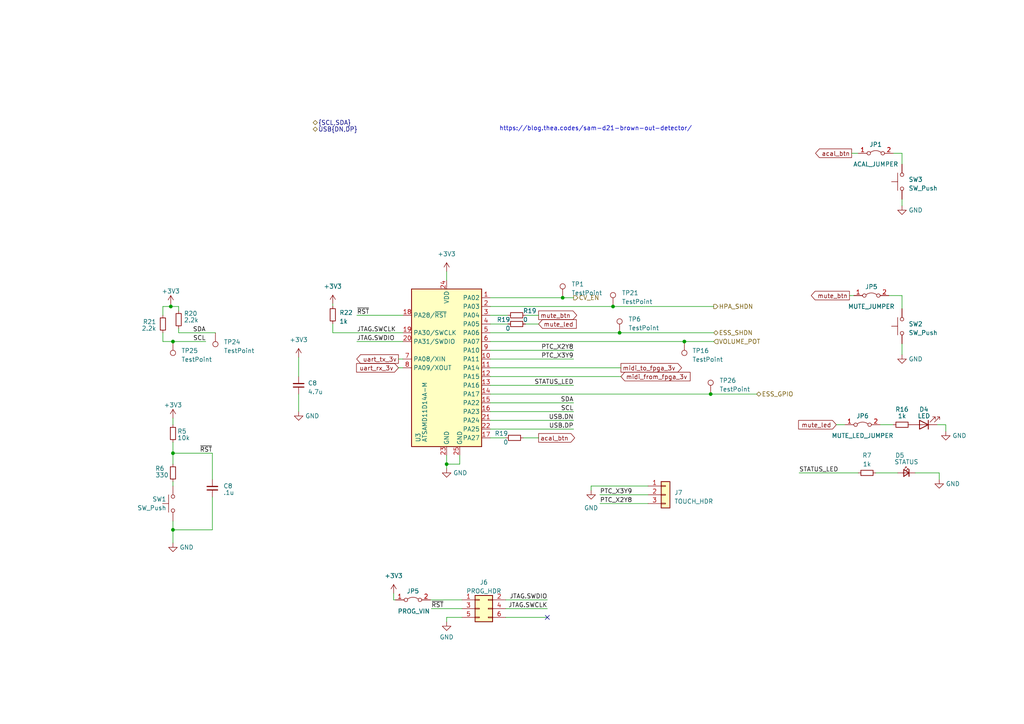
<source format=kicad_sch>
(kicad_sch (version 20230121) (generator eeschema)

  (uuid 52651e7d-9ae1-44c0-b8c5-cf135f7dbfd8)

  (paper "A4")

  (lib_symbols
    (symbol "Connector:TestPoint" (pin_numbers hide) (pin_names (offset 0.762) hide) (in_bom yes) (on_board yes)
      (property "Reference" "TP" (at 0 6.858 0)
        (effects (font (size 1.27 1.27)))
      )
      (property "Value" "TestPoint" (at 0 5.08 0)
        (effects (font (size 1.27 1.27)))
      )
      (property "Footprint" "" (at 5.08 0 0)
        (effects (font (size 1.27 1.27)) hide)
      )
      (property "Datasheet" "~" (at 5.08 0 0)
        (effects (font (size 1.27 1.27)) hide)
      )
      (property "ki_keywords" "test point tp" (at 0 0 0)
        (effects (font (size 1.27 1.27)) hide)
      )
      (property "ki_description" "test point" (at 0 0 0)
        (effects (font (size 1.27 1.27)) hide)
      )
      (property "ki_fp_filters" "Pin* Test*" (at 0 0 0)
        (effects (font (size 1.27 1.27)) hide)
      )
      (symbol "TestPoint_0_1"
        (circle (center 0 3.302) (radius 0.762)
          (stroke (width 0) (type default))
          (fill (type none))
        )
      )
      (symbol "TestPoint_1_1"
        (pin passive line (at 0 0 90) (length 2.54)
          (name "1" (effects (font (size 1.27 1.27))))
          (number "1" (effects (font (size 1.27 1.27))))
        )
      )
    )
    (symbol "Connector_Generic:Conn_01x03" (pin_names (offset 1.016) hide) (in_bom yes) (on_board yes)
      (property "Reference" "J" (at 0 5.08 0)
        (effects (font (size 1.27 1.27)))
      )
      (property "Value" "Conn_01x03" (at 0 -5.08 0)
        (effects (font (size 1.27 1.27)))
      )
      (property "Footprint" "" (at 0 0 0)
        (effects (font (size 1.27 1.27)) hide)
      )
      (property "Datasheet" "~" (at 0 0 0)
        (effects (font (size 1.27 1.27)) hide)
      )
      (property "ki_keywords" "connector" (at 0 0 0)
        (effects (font (size 1.27 1.27)) hide)
      )
      (property "ki_description" "Generic connector, single row, 01x03, script generated (kicad-library-utils/schlib/autogen/connector/)" (at 0 0 0)
        (effects (font (size 1.27 1.27)) hide)
      )
      (property "ki_fp_filters" "Connector*:*_1x??_*" (at 0 0 0)
        (effects (font (size 1.27 1.27)) hide)
      )
      (symbol "Conn_01x03_1_1"
        (rectangle (start -1.27 -2.413) (end 0 -2.667)
          (stroke (width 0.1524) (type default))
          (fill (type none))
        )
        (rectangle (start -1.27 0.127) (end 0 -0.127)
          (stroke (width 0.1524) (type default))
          (fill (type none))
        )
        (rectangle (start -1.27 2.667) (end 0 2.413)
          (stroke (width 0.1524) (type default))
          (fill (type none))
        )
        (rectangle (start -1.27 3.81) (end 1.27 -3.81)
          (stroke (width 0.254) (type default))
          (fill (type background))
        )
        (pin passive line (at -5.08 2.54 0) (length 3.81)
          (name "Pin_1" (effects (font (size 1.27 1.27))))
          (number "1" (effects (font (size 1.27 1.27))))
        )
        (pin passive line (at -5.08 0 0) (length 3.81)
          (name "Pin_2" (effects (font (size 1.27 1.27))))
          (number "2" (effects (font (size 1.27 1.27))))
        )
        (pin passive line (at -5.08 -2.54 0) (length 3.81)
          (name "Pin_3" (effects (font (size 1.27 1.27))))
          (number "3" (effects (font (size 1.27 1.27))))
        )
      )
    )
    (symbol "Connector_Generic:Conn_02x03_Odd_Even" (pin_names (offset 1.016) hide) (in_bom yes) (on_board yes)
      (property "Reference" "J" (at 1.27 5.08 0)
        (effects (font (size 1.27 1.27)))
      )
      (property "Value" "Conn_02x03_Odd_Even" (at 1.27 -5.08 0)
        (effects (font (size 1.27 1.27)))
      )
      (property "Footprint" "" (at 0 0 0)
        (effects (font (size 1.27 1.27)) hide)
      )
      (property "Datasheet" "~" (at 0 0 0)
        (effects (font (size 1.27 1.27)) hide)
      )
      (property "ki_keywords" "connector" (at 0 0 0)
        (effects (font (size 1.27 1.27)) hide)
      )
      (property "ki_description" "Generic connector, double row, 02x03, odd/even pin numbering scheme (row 1 odd numbers, row 2 even numbers), script generated (kicad-library-utils/schlib/autogen/connector/)" (at 0 0 0)
        (effects (font (size 1.27 1.27)) hide)
      )
      (property "ki_fp_filters" "Connector*:*_2x??_*" (at 0 0 0)
        (effects (font (size 1.27 1.27)) hide)
      )
      (symbol "Conn_02x03_Odd_Even_1_1"
        (rectangle (start -1.27 -2.413) (end 0 -2.667)
          (stroke (width 0.1524) (type default))
          (fill (type none))
        )
        (rectangle (start -1.27 0.127) (end 0 -0.127)
          (stroke (width 0.1524) (type default))
          (fill (type none))
        )
        (rectangle (start -1.27 2.667) (end 0 2.413)
          (stroke (width 0.1524) (type default))
          (fill (type none))
        )
        (rectangle (start -1.27 3.81) (end 3.81 -3.81)
          (stroke (width 0.254) (type default))
          (fill (type background))
        )
        (rectangle (start 3.81 -2.413) (end 2.54 -2.667)
          (stroke (width 0.1524) (type default))
          (fill (type none))
        )
        (rectangle (start 3.81 0.127) (end 2.54 -0.127)
          (stroke (width 0.1524) (type default))
          (fill (type none))
        )
        (rectangle (start 3.81 2.667) (end 2.54 2.413)
          (stroke (width 0.1524) (type default))
          (fill (type none))
        )
        (pin passive line (at -5.08 2.54 0) (length 3.81)
          (name "Pin_1" (effects (font (size 1.27 1.27))))
          (number "1" (effects (font (size 1.27 1.27))))
        )
        (pin passive line (at 7.62 2.54 180) (length 3.81)
          (name "Pin_2" (effects (font (size 1.27 1.27))))
          (number "2" (effects (font (size 1.27 1.27))))
        )
        (pin passive line (at -5.08 0 0) (length 3.81)
          (name "Pin_3" (effects (font (size 1.27 1.27))))
          (number "3" (effects (font (size 1.27 1.27))))
        )
        (pin passive line (at 7.62 0 180) (length 3.81)
          (name "Pin_4" (effects (font (size 1.27 1.27))))
          (number "4" (effects (font (size 1.27 1.27))))
        )
        (pin passive line (at -5.08 -2.54 0) (length 3.81)
          (name "Pin_5" (effects (font (size 1.27 1.27))))
          (number "5" (effects (font (size 1.27 1.27))))
        )
        (pin passive line (at 7.62 -2.54 180) (length 3.81)
          (name "Pin_6" (effects (font (size 1.27 1.27))))
          (number "6" (effects (font (size 1.27 1.27))))
        )
      )
    )
    (symbol "Device:C_Small" (pin_numbers hide) (pin_names (offset 0.254) hide) (in_bom yes) (on_board yes)
      (property "Reference" "C" (at 0.254 1.778 0)
        (effects (font (size 1.27 1.27)) (justify left))
      )
      (property "Value" "C_Small" (at 0.254 -2.032 0)
        (effects (font (size 1.27 1.27)) (justify left))
      )
      (property "Footprint" "" (at 0 0 0)
        (effects (font (size 1.27 1.27)) hide)
      )
      (property "Datasheet" "~" (at 0 0 0)
        (effects (font (size 1.27 1.27)) hide)
      )
      (property "ki_keywords" "capacitor cap" (at 0 0 0)
        (effects (font (size 1.27 1.27)) hide)
      )
      (property "ki_description" "Unpolarized capacitor, small symbol" (at 0 0 0)
        (effects (font (size 1.27 1.27)) hide)
      )
      (property "ki_fp_filters" "C_*" (at 0 0 0)
        (effects (font (size 1.27 1.27)) hide)
      )
      (symbol "C_Small_0_1"
        (polyline
          (pts
            (xy -1.524 -0.508)
            (xy 1.524 -0.508)
          )
          (stroke (width 0.3302) (type default))
          (fill (type none))
        )
        (polyline
          (pts
            (xy -1.524 0.508)
            (xy 1.524 0.508)
          )
          (stroke (width 0.3048) (type default))
          (fill (type none))
        )
      )
      (symbol "C_Small_1_1"
        (pin passive line (at 0 2.54 270) (length 2.032)
          (name "~" (effects (font (size 1.27 1.27))))
          (number "1" (effects (font (size 1.27 1.27))))
        )
        (pin passive line (at 0 -2.54 90) (length 2.032)
          (name "~" (effects (font (size 1.27 1.27))))
          (number "2" (effects (font (size 1.27 1.27))))
        )
      )
    )
    (symbol "Device:LED" (pin_numbers hide) (pin_names (offset 1.016) hide) (in_bom yes) (on_board yes)
      (property "Reference" "D" (at 0 2.54 0)
        (effects (font (size 1.27 1.27)))
      )
      (property "Value" "LED" (at 0 -2.54 0)
        (effects (font (size 1.27 1.27)))
      )
      (property "Footprint" "" (at 0 0 0)
        (effects (font (size 1.27 1.27)) hide)
      )
      (property "Datasheet" "~" (at 0 0 0)
        (effects (font (size 1.27 1.27)) hide)
      )
      (property "ki_keywords" "LED diode" (at 0 0 0)
        (effects (font (size 1.27 1.27)) hide)
      )
      (property "ki_description" "Light emitting diode" (at 0 0 0)
        (effects (font (size 1.27 1.27)) hide)
      )
      (property "ki_fp_filters" "LED* LED_SMD:* LED_THT:*" (at 0 0 0)
        (effects (font (size 1.27 1.27)) hide)
      )
      (symbol "LED_0_1"
        (polyline
          (pts
            (xy -1.27 -1.27)
            (xy -1.27 1.27)
          )
          (stroke (width 0.254) (type default))
          (fill (type none))
        )
        (polyline
          (pts
            (xy -1.27 0)
            (xy 1.27 0)
          )
          (stroke (width 0) (type default))
          (fill (type none))
        )
        (polyline
          (pts
            (xy 1.27 -1.27)
            (xy 1.27 1.27)
            (xy -1.27 0)
            (xy 1.27 -1.27)
          )
          (stroke (width 0.254) (type default))
          (fill (type none))
        )
        (polyline
          (pts
            (xy -3.048 -0.762)
            (xy -4.572 -2.286)
            (xy -3.81 -2.286)
            (xy -4.572 -2.286)
            (xy -4.572 -1.524)
          )
          (stroke (width 0) (type default))
          (fill (type none))
        )
        (polyline
          (pts
            (xy -1.778 -0.762)
            (xy -3.302 -2.286)
            (xy -2.54 -2.286)
            (xy -3.302 -2.286)
            (xy -3.302 -1.524)
          )
          (stroke (width 0) (type default))
          (fill (type none))
        )
      )
      (symbol "LED_1_1"
        (pin passive line (at -3.81 0 0) (length 2.54)
          (name "K" (effects (font (size 1.27 1.27))))
          (number "1" (effects (font (size 1.27 1.27))))
        )
        (pin passive line (at 3.81 0 180) (length 2.54)
          (name "A" (effects (font (size 1.27 1.27))))
          (number "2" (effects (font (size 1.27 1.27))))
        )
      )
    )
    (symbol "Device:LED_Small" (pin_numbers hide) (pin_names (offset 0.254) hide) (in_bom yes) (on_board yes)
      (property "Reference" "D" (at -1.27 3.175 0)
        (effects (font (size 1.27 1.27)) (justify left))
      )
      (property "Value" "LED_Small" (at -4.445 -2.54 0)
        (effects (font (size 1.27 1.27)) (justify left))
      )
      (property "Footprint" "" (at 0 0 90)
        (effects (font (size 1.27 1.27)) hide)
      )
      (property "Datasheet" "~" (at 0 0 90)
        (effects (font (size 1.27 1.27)) hide)
      )
      (property "ki_keywords" "LED diode light-emitting-diode" (at 0 0 0)
        (effects (font (size 1.27 1.27)) hide)
      )
      (property "ki_description" "Light emitting diode, small symbol" (at 0 0 0)
        (effects (font (size 1.27 1.27)) hide)
      )
      (property "ki_fp_filters" "LED* LED_SMD:* LED_THT:*" (at 0 0 0)
        (effects (font (size 1.27 1.27)) hide)
      )
      (symbol "LED_Small_0_1"
        (polyline
          (pts
            (xy -0.762 -1.016)
            (xy -0.762 1.016)
          )
          (stroke (width 0.254) (type default))
          (fill (type none))
        )
        (polyline
          (pts
            (xy 1.016 0)
            (xy -0.762 0)
          )
          (stroke (width 0) (type default))
          (fill (type none))
        )
        (polyline
          (pts
            (xy 0.762 -1.016)
            (xy -0.762 0)
            (xy 0.762 1.016)
            (xy 0.762 -1.016)
          )
          (stroke (width 0.254) (type default))
          (fill (type none))
        )
        (polyline
          (pts
            (xy 0 0.762)
            (xy -0.508 1.27)
            (xy -0.254 1.27)
            (xy -0.508 1.27)
            (xy -0.508 1.016)
          )
          (stroke (width 0) (type default))
          (fill (type none))
        )
        (polyline
          (pts
            (xy 0.508 1.27)
            (xy 0 1.778)
            (xy 0.254 1.778)
            (xy 0 1.778)
            (xy 0 1.524)
          )
          (stroke (width 0) (type default))
          (fill (type none))
        )
      )
      (symbol "LED_Small_1_1"
        (pin passive line (at -2.54 0 0) (length 1.778)
          (name "K" (effects (font (size 1.27 1.27))))
          (number "1" (effects (font (size 1.27 1.27))))
        )
        (pin passive line (at 2.54 0 180) (length 1.778)
          (name "A" (effects (font (size 1.27 1.27))))
          (number "2" (effects (font (size 1.27 1.27))))
        )
      )
    )
    (symbol "Device:R_Small" (pin_numbers hide) (pin_names (offset 0.254) hide) (in_bom yes) (on_board yes)
      (property "Reference" "R" (at 0.762 0.508 0)
        (effects (font (size 1.27 1.27)) (justify left))
      )
      (property "Value" "R_Small" (at 0.762 -1.016 0)
        (effects (font (size 1.27 1.27)) (justify left))
      )
      (property "Footprint" "" (at 0 0 0)
        (effects (font (size 1.27 1.27)) hide)
      )
      (property "Datasheet" "~" (at 0 0 0)
        (effects (font (size 1.27 1.27)) hide)
      )
      (property "ki_keywords" "R resistor" (at 0 0 0)
        (effects (font (size 1.27 1.27)) hide)
      )
      (property "ki_description" "Resistor, small symbol" (at 0 0 0)
        (effects (font (size 1.27 1.27)) hide)
      )
      (property "ki_fp_filters" "R_*" (at 0 0 0)
        (effects (font (size 1.27 1.27)) hide)
      )
      (symbol "R_Small_0_1"
        (rectangle (start -0.762 1.778) (end 0.762 -1.778)
          (stroke (width 0.2032) (type default))
          (fill (type none))
        )
      )
      (symbol "R_Small_1_1"
        (pin passive line (at 0 2.54 270) (length 0.762)
          (name "~" (effects (font (size 1.27 1.27))))
          (number "1" (effects (font (size 1.27 1.27))))
        )
        (pin passive line (at 0 -2.54 90) (length 0.762)
          (name "~" (effects (font (size 1.27 1.27))))
          (number "2" (effects (font (size 1.27 1.27))))
        )
      )
    )
    (symbol "Jumper:Jumper_2_Bridged" (pin_names (offset 0) hide) (in_bom yes) (on_board yes)
      (property "Reference" "JP" (at 0 1.905 0)
        (effects (font (size 1.27 1.27)))
      )
      (property "Value" "Jumper_2_Bridged" (at 0 -2.54 0)
        (effects (font (size 1.27 1.27)))
      )
      (property "Footprint" "" (at 0 0 0)
        (effects (font (size 1.27 1.27)) hide)
      )
      (property "Datasheet" "~" (at 0 0 0)
        (effects (font (size 1.27 1.27)) hide)
      )
      (property "ki_keywords" "Jumper SPST" (at 0 0 0)
        (effects (font (size 1.27 1.27)) hide)
      )
      (property "ki_description" "Jumper, 2-pole, closed/bridged" (at 0 0 0)
        (effects (font (size 1.27 1.27)) hide)
      )
      (property "ki_fp_filters" "Jumper* TestPoint*2Pads* TestPoint*Bridge*" (at 0 0 0)
        (effects (font (size 1.27 1.27)) hide)
      )
      (symbol "Jumper_2_Bridged_0_0"
        (circle (center -2.032 0) (radius 0.508)
          (stroke (width 0) (type default))
          (fill (type none))
        )
        (circle (center 2.032 0) (radius 0.508)
          (stroke (width 0) (type default))
          (fill (type none))
        )
      )
      (symbol "Jumper_2_Bridged_0_1"
        (arc (start 1.524 0.254) (mid 0 0.762) (end -1.524 0.254)
          (stroke (width 0) (type default))
          (fill (type none))
        )
      )
      (symbol "Jumper_2_Bridged_1_1"
        (pin passive line (at -5.08 0 0) (length 2.54)
          (name "A" (effects (font (size 1.27 1.27))))
          (number "1" (effects (font (size 1.27 1.27))))
        )
        (pin passive line (at 5.08 0 180) (length 2.54)
          (name "B" (effects (font (size 1.27 1.27))))
          (number "2" (effects (font (size 1.27 1.27))))
        )
      )
    )
    (symbol "MCU_Microchip_SAMD:ATSAMD11D14A-M" (in_bom yes) (on_board yes)
      (property "Reference" "U1" (at -8.255 -21.59 90)
        (effects (font (size 1.27 1.27)) (justify left))
      )
      (property "Value" "ATSAMD11D14A-M" (at -6.35 -21.59 90)
        (effects (font (size 1.27 1.27)) (justify left))
      )
      (property "Footprint" "Package_DFN_QFN:QFN-24-1EP_4x4mm_P0.5mm_EP2.6x2.6mm" (at 0 -34.29 0)
        (effects (font (size 1.27 1.27)) hide)
      )
      (property "Datasheet" "http://ww1.microchip.com/downloads/en/DeviceDoc/Atmel-42363-SAM-D11_Datasheet.pdf" (at 0 -25.4 0)
        (effects (font (size 1.27 1.27)) hide)
      )
      (property "ki_keywords" "32-bit ARM Cortex-M0+ MCU Microcontroller" (at 0 0 0)
        (effects (font (size 1.27 1.27)) hide)
      )
      (property "ki_description" "ARM Cortex-M0+ MCU, 48MHz, 16KB Flash, 4KB RAM, 1.6-3.6V, 22 GPIO, QFN-24" (at 0 0 0)
        (effects (font (size 1.27 1.27)) hide)
      )
      (property "ki_fp_filters" "QFN*1EP*4x4mm*P0.5mm*" (at 0 0 0)
        (effects (font (size 1.27 1.27)) hide)
      )
      (symbol "ATSAMD11D14A-M_0_1"
        (rectangle (start -10.16 22.86) (end 10.16 -22.86)
          (stroke (width 0.254) (type default))
          (fill (type background))
        )
      )
      (symbol "ATSAMD11D14A-M_1_0"
        (pin bidirectional line (at 3.81 -25.4 90) (length 2.54)
          (name "GND" (effects (font (size 1.27 1.27))))
          (number "25" (effects (font (size 1.27 1.27))))
        )
      )
      (symbol "ATSAMD11D14A-M_1_1"
        (pin bidirectional line (at 12.7 20.32 180) (length 2.54)
          (name "PA02" (effects (font (size 1.27 1.27))))
          (number "1" (effects (font (size 1.27 1.27))))
        )
        (pin bidirectional line (at 12.7 2.54 180) (length 2.54)
          (name "PA11" (effects (font (size 1.27 1.27))))
          (number "10" (effects (font (size 1.27 1.27))))
        )
        (pin bidirectional line (at 12.7 0 180) (length 2.54)
          (name "PA14" (effects (font (size 1.27 1.27))))
          (number "11" (effects (font (size 1.27 1.27))))
        )
        (pin bidirectional line (at 12.7 -2.54 180) (length 2.54)
          (name "PA15" (effects (font (size 1.27 1.27))))
          (number "12" (effects (font (size 1.27 1.27))))
        )
        (pin bidirectional line (at 12.7 -5.08 180) (length 2.54)
          (name "PA16" (effects (font (size 1.27 1.27))))
          (number "13" (effects (font (size 1.27 1.27))))
        )
        (pin bidirectional line (at 12.7 -7.62 180) (length 2.54)
          (name "PA17" (effects (font (size 1.27 1.27))))
          (number "14" (effects (font (size 1.27 1.27))))
        )
        (pin bidirectional line (at 12.7 -10.16 180) (length 2.54)
          (name "PA22" (effects (font (size 1.27 1.27))))
          (number "15" (effects (font (size 1.27 1.27))))
        )
        (pin bidirectional line (at 12.7 -12.7 180) (length 2.54)
          (name "PA23" (effects (font (size 1.27 1.27))))
          (number "16" (effects (font (size 1.27 1.27))))
        )
        (pin bidirectional line (at 12.7 -20.32 180) (length 2.54)
          (name "PA27" (effects (font (size 1.27 1.27))))
          (number "17" (effects (font (size 1.27 1.27))))
        )
        (pin bidirectional line (at -12.7 15.24 0) (length 2.54)
          (name "PA28/~{RST}" (effects (font (size 1.27 1.27))))
          (number "18" (effects (font (size 1.27 1.27))))
        )
        (pin bidirectional line (at -12.7 10.16 0) (length 2.54)
          (name "PA30/SWCLK" (effects (font (size 1.27 1.27))))
          (number "19" (effects (font (size 1.27 1.27))))
        )
        (pin bidirectional line (at 12.7 17.78 180) (length 2.54)
          (name "PA03" (effects (font (size 1.27 1.27))))
          (number "2" (effects (font (size 1.27 1.27))))
        )
        (pin bidirectional line (at -12.7 7.62 0) (length 2.54)
          (name "PA31/SWDIO" (effects (font (size 1.27 1.27))))
          (number "20" (effects (font (size 1.27 1.27))))
        )
        (pin bidirectional line (at 12.7 -15.24 180) (length 2.54)
          (name "PA24" (effects (font (size 1.27 1.27))))
          (number "21" (effects (font (size 1.27 1.27))))
        )
        (pin bidirectional line (at 12.7 -17.78 180) (length 2.54)
          (name "PA25" (effects (font (size 1.27 1.27))))
          (number "22" (effects (font (size 1.27 1.27))))
        )
        (pin power_in line (at 0 -25.4 90) (length 2.54)
          (name "GND" (effects (font (size 1.27 1.27))))
          (number "23" (effects (font (size 1.27 1.27))))
        )
        (pin power_in line (at 0 25.4 270) (length 2.54)
          (name "VDD" (effects (font (size 1.27 1.27))))
          (number "24" (effects (font (size 1.27 1.27))))
        )
        (pin bidirectional line (at 12.7 15.24 180) (length 2.54)
          (name "PA04" (effects (font (size 1.27 1.27))))
          (number "3" (effects (font (size 1.27 1.27))))
        )
        (pin bidirectional line (at 12.7 12.7 180) (length 2.54)
          (name "PA05" (effects (font (size 1.27 1.27))))
          (number "4" (effects (font (size 1.27 1.27))))
        )
        (pin bidirectional line (at 12.7 10.16 180) (length 2.54)
          (name "PA06" (effects (font (size 1.27 1.27))))
          (number "5" (effects (font (size 1.27 1.27))))
        )
        (pin bidirectional line (at 12.7 7.62 180) (length 2.54)
          (name "PA07" (effects (font (size 1.27 1.27))))
          (number "6" (effects (font (size 1.27 1.27))))
        )
        (pin bidirectional line (at -12.7 2.54 0) (length 2.54)
          (name "PA08/XIN" (effects (font (size 1.27 1.27))))
          (number "7" (effects (font (size 1.27 1.27))))
        )
        (pin bidirectional line (at -12.7 0 0) (length 2.54)
          (name "PA09/XOUT" (effects (font (size 1.27 1.27))))
          (number "8" (effects (font (size 1.27 1.27))))
        )
        (pin bidirectional line (at 12.7 5.08 180) (length 2.54)
          (name "PA10" (effects (font (size 1.27 1.27))))
          (number "9" (effects (font (size 1.27 1.27))))
        )
      )
    )
    (symbol "Switch:SW_Push" (pin_numbers hide) (pin_names (offset 1.016) hide) (in_bom yes) (on_board yes)
      (property "Reference" "SW" (at 1.27 2.54 0)
        (effects (font (size 1.27 1.27)) (justify left))
      )
      (property "Value" "SW_Push" (at 0 -1.524 0)
        (effects (font (size 1.27 1.27)))
      )
      (property "Footprint" "" (at 0 5.08 0)
        (effects (font (size 1.27 1.27)) hide)
      )
      (property "Datasheet" "~" (at 0 5.08 0)
        (effects (font (size 1.27 1.27)) hide)
      )
      (property "ki_keywords" "switch normally-open pushbutton push-button" (at 0 0 0)
        (effects (font (size 1.27 1.27)) hide)
      )
      (property "ki_description" "Push button switch, generic, two pins" (at 0 0 0)
        (effects (font (size 1.27 1.27)) hide)
      )
      (symbol "SW_Push_0_1"
        (circle (center -2.032 0) (radius 0.508)
          (stroke (width 0) (type default))
          (fill (type none))
        )
        (polyline
          (pts
            (xy 0 1.27)
            (xy 0 3.048)
          )
          (stroke (width 0) (type default))
          (fill (type none))
        )
        (polyline
          (pts
            (xy 2.54 1.27)
            (xy -2.54 1.27)
          )
          (stroke (width 0) (type default))
          (fill (type none))
        )
        (circle (center 2.032 0) (radius 0.508)
          (stroke (width 0) (type default))
          (fill (type none))
        )
        (pin passive line (at -5.08 0 0) (length 2.54)
          (name "1" (effects (font (size 1.27 1.27))))
          (number "1" (effects (font (size 1.27 1.27))))
        )
        (pin passive line (at 5.08 0 180) (length 2.54)
          (name "2" (effects (font (size 1.27 1.27))))
          (number "2" (effects (font (size 1.27 1.27))))
        )
      )
    )
    (symbol "power:+3V3" (power) (pin_names (offset 0)) (in_bom yes) (on_board yes)
      (property "Reference" "#PWR" (at 0 -3.81 0)
        (effects (font (size 1.27 1.27)) hide)
      )
      (property "Value" "+3V3" (at 0 3.556 0)
        (effects (font (size 1.27 1.27)))
      )
      (property "Footprint" "" (at 0 0 0)
        (effects (font (size 1.27 1.27)) hide)
      )
      (property "Datasheet" "" (at 0 0 0)
        (effects (font (size 1.27 1.27)) hide)
      )
      (property "ki_keywords" "global power" (at 0 0 0)
        (effects (font (size 1.27 1.27)) hide)
      )
      (property "ki_description" "Power symbol creates a global label with name \"+3V3\"" (at 0 0 0)
        (effects (font (size 1.27 1.27)) hide)
      )
      (symbol "+3V3_0_1"
        (polyline
          (pts
            (xy -0.762 1.27)
            (xy 0 2.54)
          )
          (stroke (width 0) (type default))
          (fill (type none))
        )
        (polyline
          (pts
            (xy 0 0)
            (xy 0 2.54)
          )
          (stroke (width 0) (type default))
          (fill (type none))
        )
        (polyline
          (pts
            (xy 0 2.54)
            (xy 0.762 1.27)
          )
          (stroke (width 0) (type default))
          (fill (type none))
        )
      )
      (symbol "+3V3_1_1"
        (pin power_in line (at 0 0 90) (length 0) hide
          (name "+3V3" (effects (font (size 1.27 1.27))))
          (number "1" (effects (font (size 1.27 1.27))))
        )
      )
    )
    (symbol "power:GND" (power) (pin_names (offset 0)) (in_bom yes) (on_board yes)
      (property "Reference" "#PWR" (at 0 -6.35 0)
        (effects (font (size 1.27 1.27)) hide)
      )
      (property "Value" "GND" (at 0 -3.81 0)
        (effects (font (size 1.27 1.27)))
      )
      (property "Footprint" "" (at 0 0 0)
        (effects (font (size 1.27 1.27)) hide)
      )
      (property "Datasheet" "" (at 0 0 0)
        (effects (font (size 1.27 1.27)) hide)
      )
      (property "ki_keywords" "power-flag" (at 0 0 0)
        (effects (font (size 1.27 1.27)) hide)
      )
      (property "ki_description" "Power symbol creates a global label with name \"GND\" , ground" (at 0 0 0)
        (effects (font (size 1.27 1.27)) hide)
      )
      (symbol "GND_0_1"
        (polyline
          (pts
            (xy 0 0)
            (xy 0 -1.27)
            (xy 1.27 -1.27)
            (xy 0 -2.54)
            (xy -1.27 -1.27)
            (xy 0 -1.27)
          )
          (stroke (width 0) (type default))
          (fill (type none))
        )
      )
      (symbol "GND_1_1"
        (pin power_in line (at 0 0 270) (length 0) hide
          (name "GND" (effects (font (size 1.27 1.27))))
          (number "1" (effects (font (size 1.27 1.27))))
        )
      )
    )
  )

  (junction (at 177.8 88.9) (diameter 0) (color 0 0 0 0)
    (uuid 3242091c-1c00-4cff-b5bf-dfeff6218da0)
  )
  (junction (at 163.195 86.36) (diameter 0) (color 0 0 0 0)
    (uuid 4981f817-e080-44df-9107-1aa86f67c959)
  )
  (junction (at 129.54 134.62) (diameter 0) (color 0 0 0 0)
    (uuid 6228dc89-6358-4f55-a688-21c880401ff3)
  )
  (junction (at 179.705 96.52) (diameter 0) (color 0 0 0 0)
    (uuid 66d4df69-1dff-4d88-ad11-f8ec196deb2f)
  )
  (junction (at 198.501 99.06) (diameter 0) (color 0 0 0 0)
    (uuid 88942e07-5e3e-4294-ade4-ed6969fc26da)
  )
  (junction (at 50.165 153.67) (diameter 0) (color 0 0 0 0)
    (uuid 9eea8701-533d-4c55-886a-4c25208e2e7b)
  )
  (junction (at 49.53 88.9) (diameter 0) (color 0 0 0 0)
    (uuid c14a4dfe-6635-4ebb-9e69-c00d897bef62)
  )
  (junction (at 206.121 114.3) (diameter 0) (color 0 0 0 0)
    (uuid c565f8c6-81ea-4434-a7cc-63ce935dcee9)
  )
  (junction (at 50.165 99.06) (diameter 0) (color 0 0 0 0)
    (uuid d7462323-8595-4fc9-a546-bf4b5585caf5)
  )
  (junction (at 50.165 131.445) (diameter 0) (color 0 0 0 0)
    (uuid e368957c-0c27-40b4-96eb-e486bd19349a)
  )

  (no_connect (at 158.75 179.07) (uuid bf7ad11b-e32c-4f5d-ab0b-f77564885395))

  (wire (pts (xy 261.62 85.725) (xy 261.62 89.535))
    (stroke (width 0) (type default))
    (uuid 070615e7-beec-4969-8d8b-63931648c151)
  )
  (wire (pts (xy 274.32 123.19) (xy 271.78 123.19))
    (stroke (width 0) (type default))
    (uuid 0827daa2-90e0-43bb-b3e2-839826fbbb89)
  )
  (wire (pts (xy 142.24 119.38) (xy 166.37 119.38))
    (stroke (width 0) (type default))
    (uuid 0881768c-21b5-4409-a7fb-5620e6ae0e07)
  )
  (wire (pts (xy 96.52 88.773) (xy 96.52 88.138))
    (stroke (width 0) (type default))
    (uuid 0cb2d775-622c-4b5b-b5e2-0f339c238466)
  )
  (wire (pts (xy 142.24 114.3) (xy 206.121 114.3))
    (stroke (width 0) (type default))
    (uuid 156c6cf0-1fce-4719-a7e0-a7d51d386c55)
  )
  (wire (pts (xy 51.816 90.17) (xy 51.816 88.9))
    (stroke (width 0) (type default))
    (uuid 17f6cc2e-ab8f-4b04-8043-910d0931f182)
  )
  (wire (pts (xy 142.24 88.9) (xy 177.8 88.9))
    (stroke (width 0) (type default))
    (uuid 1c1bb446-1efd-4cb8-b8fa-7142b2e690ac)
  )
  (wire (pts (xy 156.21 91.44) (xy 152.4 91.44))
    (stroke (width 0) (type default))
    (uuid 1c7e1929-119a-4fbb-9065-45e93c63ef7c)
  )
  (wire (pts (xy 261.62 57.785) (xy 261.62 59.69))
    (stroke (width 0) (type default))
    (uuid 208c684e-514a-4d41-b93e-4f187c33b793)
  )
  (wire (pts (xy 247.015 44.45) (xy 248.92 44.45))
    (stroke (width 0) (type default))
    (uuid 20e9a7ba-ede6-4dd7-bd57-ecb9c3f2e19b)
  )
  (wire (pts (xy 61.595 144.145) (xy 61.595 153.67))
    (stroke (width 0) (type default))
    (uuid 236bfe50-fc89-4312-9ebd-755daddd29b2)
  )
  (wire (pts (xy 207.01 96.52) (xy 179.705 96.52))
    (stroke (width 0) (type default))
    (uuid 23cf6dfb-03ec-41cb-9f03-bd6a6306da89)
  )
  (wire (pts (xy 47.244 96.52) (xy 47.244 99.06))
    (stroke (width 0) (type default))
    (uuid 258256ec-7414-4cd9-a487-d2e906422d14)
  )
  (wire (pts (xy 187.96 140.97) (xy 171.45 140.97))
    (stroke (width 0) (type default))
    (uuid 2646a5e4-61cf-49ad-91c5-77b8e0b07f54)
  )
  (wire (pts (xy 96.52 93.853) (xy 96.52 96.52))
    (stroke (width 0) (type default))
    (uuid 282b49cc-2895-47ec-b655-4f7e88d54f6e)
  )
  (wire (pts (xy 142.24 116.84) (xy 166.37 116.84))
    (stroke (width 0) (type default))
    (uuid 294ebd33-aa1c-46d9-b72d-ac448f68b54a)
  )
  (wire (pts (xy 47.244 99.06) (xy 50.165 99.06))
    (stroke (width 0) (type default))
    (uuid 315968dd-ba6f-44c5-a7be-1c6a62356522)
  )
  (wire (pts (xy 142.24 86.36) (xy 163.195 86.36))
    (stroke (width 0) (type default))
    (uuid 3486ab41-9bed-4a28-96aa-e9f3a8ed4123)
  )
  (wire (pts (xy 142.24 121.92) (xy 166.37 121.92))
    (stroke (width 0) (type default))
    (uuid 35ac611d-1a31-4373-af02-816ac1ed9002)
  )
  (wire (pts (xy 274.32 125.095) (xy 274.32 123.19))
    (stroke (width 0) (type default))
    (uuid 3c7a8c7d-f21a-43c4-b0a0-82954d2474d1)
  )
  (wire (pts (xy 86.614 103.632) (xy 86.614 109.22))
    (stroke (width 0) (type default))
    (uuid 3f49d74d-d195-47b8-8bb6-0158482a56c1)
  )
  (wire (pts (xy 50.165 151.13) (xy 50.165 153.67))
    (stroke (width 0) (type default))
    (uuid 425a23cf-8e24-4ecc-9448-2754b20ebc1d)
  )
  (wire (pts (xy 50.165 121.285) (xy 50.165 123.19))
    (stroke (width 0) (type default))
    (uuid 433ee47b-492e-4606-97ab-e61d922c97a6)
  )
  (wire (pts (xy 96.52 96.52) (xy 116.84 96.52))
    (stroke (width 0) (type default))
    (uuid 438229fa-df2d-497e-8c11-fc1357d2662e)
  )
  (wire (pts (xy 49.53 88.9) (xy 47.244 88.9))
    (stroke (width 0) (type default))
    (uuid 442ca4f6-a5f7-406c-bb5d-cc1f3a539913)
  )
  (wire (pts (xy 146.685 173.99) (xy 158.75 173.99))
    (stroke (width 0) (type default))
    (uuid 4b08fa1c-6460-4eb2-9f05-344d9b561fa1)
  )
  (wire (pts (xy 147.32 91.44) (xy 142.24 91.44))
    (stroke (width 0) (type default))
    (uuid 4ba61285-a418-49fe-83ec-31eb969a12c0)
  )
  (wire (pts (xy 49.53 88.265) (xy 49.53 88.9))
    (stroke (width 0) (type default))
    (uuid 4f6a5aab-7ccf-4c8e-b3f9-65757a52b116)
  )
  (wire (pts (xy 125.095 176.53) (xy 133.985 176.53))
    (stroke (width 0) (type default))
    (uuid 512c90f6-7944-42e5-8c15-f002bc1b3f85)
  )
  (wire (pts (xy 142.24 111.76) (xy 166.37 111.76))
    (stroke (width 0) (type default))
    (uuid 5199affa-f0c0-44f0-abd3-119566e194e7)
  )
  (wire (pts (xy 156.21 127) (xy 151.765 127))
    (stroke (width 0) (type default))
    (uuid 51e9f793-2fa0-4797-a959-22cf6ece3b24)
  )
  (wire (pts (xy 260.35 137.16) (xy 254 137.16))
    (stroke (width 0) (type default))
    (uuid 58698154-0424-474c-89ad-30957b3324f2)
  )
  (wire (pts (xy 219.456 114.3) (xy 206.121 114.3))
    (stroke (width 0) (type default))
    (uuid 5f2d9f3d-ef5f-46d7-9c34-3af4249f0449)
  )
  (wire (pts (xy 103.505 99.06) (xy 116.84 99.06))
    (stroke (width 0) (type default))
    (uuid 656f86ae-cfd0-4451-82a3-a3ef54c59af7)
  )
  (wire (pts (xy 265.43 137.16) (xy 272.415 137.16))
    (stroke (width 0) (type default))
    (uuid 6a5508e7-d89e-4ca6-9e67-3b205f9b345a)
  )
  (wire (pts (xy 142.24 104.14) (xy 166.37 104.14))
    (stroke (width 0) (type default))
    (uuid 6f43b4e8-37f5-417e-a40e-bd975e6d6a40)
  )
  (wire (pts (xy 50.165 139.7) (xy 50.165 140.97))
    (stroke (width 0) (type default))
    (uuid 735690a4-be7a-4f7c-8905-225d16cd073e)
  )
  (wire (pts (xy 129.54 134.62) (xy 129.54 132.08))
    (stroke (width 0) (type default))
    (uuid 73b519eb-c9ca-4d98-a08e-cfbc967f1e4b)
  )
  (wire (pts (xy 142.24 96.52) (xy 179.705 96.52))
    (stroke (width 0) (type default))
    (uuid 76078b89-ad3f-4cc6-9d57-629230cc60ba)
  )
  (wire (pts (xy 133.35 134.62) (xy 129.54 134.62))
    (stroke (width 0) (type default))
    (uuid 76094e4d-ecf6-4734-86a1-e30b8d518dca)
  )
  (wire (pts (xy 198.501 99.06) (xy 142.24 99.06))
    (stroke (width 0) (type default))
    (uuid 76bbd44f-5483-446c-afce-4e93f4679ca6)
  )
  (wire (pts (xy 259.08 44.45) (xy 261.62 44.45))
    (stroke (width 0) (type default))
    (uuid 77fc079f-f155-45eb-a5c8-3d87f55e4193)
  )
  (wire (pts (xy 114.173 173.99) (xy 114.681 173.99))
    (stroke (width 0) (type default))
    (uuid 7969d15e-55e1-4085-b68c-3796c41b93b7)
  )
  (wire (pts (xy 246.38 85.725) (xy 247.65 85.725))
    (stroke (width 0) (type default))
    (uuid 8dcfbb8f-c6f8-4751-8406-f15a13121de2)
  )
  (wire (pts (xy 173.99 146.05) (xy 187.96 146.05))
    (stroke (width 0) (type default))
    (uuid 8e353901-ee97-42f6-9c64-b3cb3a03d2e8)
  )
  (wire (pts (xy 255.27 123.19) (xy 259.08 123.19))
    (stroke (width 0) (type default))
    (uuid 90389237-4e0c-439f-9d03-7035a115f728)
  )
  (wire (pts (xy 261.62 99.695) (xy 261.62 102.87))
    (stroke (width 0) (type default))
    (uuid 93e9e79d-e9cc-464c-95ed-145d8f405100)
  )
  (wire (pts (xy 272.415 139.065) (xy 272.415 137.16))
    (stroke (width 0) (type default))
    (uuid 966d933f-7e93-40fb-bc92-73020c974617)
  )
  (wire (pts (xy 86.614 114.3) (xy 86.614 119.38))
    (stroke (width 0) (type default))
    (uuid 984ea7be-92cf-45a8-8686-cfd25c777453)
  )
  (wire (pts (xy 47.244 88.9) (xy 47.244 91.44))
    (stroke (width 0) (type default))
    (uuid 9c84b224-2f13-48c6-83b3-d2d90f6b2364)
  )
  (wire (pts (xy 261.62 44.45) (xy 261.62 47.625))
    (stroke (width 0) (type default))
    (uuid a08384e9-fa6a-4f9c-b44e-455fe672363d)
  )
  (wire (pts (xy 61.595 131.445) (xy 61.595 139.065))
    (stroke (width 0) (type default))
    (uuid a36e3a55-b88e-44f0-a09b-a5c21ea530e3)
  )
  (wire (pts (xy 187.96 143.51) (xy 173.99 143.51))
    (stroke (width 0) (type default))
    (uuid a710fe34-1467-47cb-b06b-448685b8face)
  )
  (wire (pts (xy 146.685 179.07) (xy 158.75 179.07))
    (stroke (width 0) (type default))
    (uuid a7f55430-f034-4fed-93cc-ab694fb4c867)
  )
  (wire (pts (xy 207.01 99.06) (xy 198.501 99.06))
    (stroke (width 0) (type default))
    (uuid ac50dcc5-a023-4306-82bf-ec86cdc15e2e)
  )
  (wire (pts (xy 177.8 88.9) (xy 207.01 88.9))
    (stroke (width 0) (type default))
    (uuid ac82d1ff-0dd2-4cb8-81a2-0a980ddd971f)
  )
  (wire (pts (xy 231.775 137.16) (xy 248.92 137.16))
    (stroke (width 0) (type default))
    (uuid ae066bf5-d07a-4f8e-899e-4c5fe4486f44)
  )
  (wire (pts (xy 129.54 135.89) (xy 129.54 134.62))
    (stroke (width 0) (type default))
    (uuid b59e4117-c935-41a9-bd1b-9b9718451ad4)
  )
  (wire (pts (xy 51.816 88.9) (xy 49.53 88.9))
    (stroke (width 0) (type default))
    (uuid b75ce3d6-ede9-4973-a4ba-9034a3e99d1f)
  )
  (wire (pts (xy 133.35 132.08) (xy 133.35 134.62))
    (stroke (width 0) (type default))
    (uuid b8861309-3c1b-48b0-8610-c645455f91c8)
  )
  (wire (pts (xy 146.685 176.53) (xy 158.75 176.53))
    (stroke (width 0) (type default))
    (uuid c15b2028-5f55-4695-a465-0d9edc389b65)
  )
  (wire (pts (xy 242.57 123.19) (xy 245.11 123.19))
    (stroke (width 0) (type default))
    (uuid c2470f2c-f960-48fd-a163-52fa907b668a)
  )
  (wire (pts (xy 129.54 180.34) (xy 129.54 179.07))
    (stroke (width 0) (type default))
    (uuid c4ecae68-d4e9-47be-b705-aab0915a95a0)
  )
  (wire (pts (xy 50.165 131.445) (xy 50.165 134.62))
    (stroke (width 0) (type default))
    (uuid c6157d17-0c17-4e82-81ec-4d2b0414dedc)
  )
  (wire (pts (xy 50.165 153.67) (xy 50.165 157.48))
    (stroke (width 0) (type default))
    (uuid c7d41d46-9908-4b68-8d9c-50c4f817fe9c)
  )
  (wire (pts (xy 51.816 96.52) (xy 62.484 96.52))
    (stroke (width 0) (type default))
    (uuid cda36853-3bab-4048-a3f0-573ccdb263fd)
  )
  (wire (pts (xy 163.195 86.36) (xy 166.37 86.36))
    (stroke (width 0) (type default))
    (uuid ce019433-a949-4099-8872-6f3f937f71a5)
  )
  (wire (pts (xy 61.595 153.67) (xy 50.165 153.67))
    (stroke (width 0) (type default))
    (uuid cef15f06-cd53-4359-b85b-eb0d05adec43)
  )
  (wire (pts (xy 103.505 91.44) (xy 116.84 91.44))
    (stroke (width 0) (type default))
    (uuid d22cb590-3a47-47e5-a436-451d0a22eccb)
  )
  (wire (pts (xy 142.24 124.46) (xy 166.37 124.46))
    (stroke (width 0) (type default))
    (uuid d25231d9-745d-4460-84e6-a81163aefb58)
  )
  (wire (pts (xy 147.32 93.98) (xy 142.24 93.98))
    (stroke (width 0) (type default))
    (uuid ddca79ed-c5f2-4d00-8569-dc27d4c4001e)
  )
  (wire (pts (xy 50.165 131.445) (xy 61.595 131.445))
    (stroke (width 0) (type default))
    (uuid df361d25-a086-4792-b182-49f9c9de0194)
  )
  (wire (pts (xy 50.165 99.06) (xy 59.69 99.06))
    (stroke (width 0) (type default))
    (uuid e2e8a1c5-6d08-4155-a475-84abac7a15c8)
  )
  (wire (pts (xy 129.54 179.07) (xy 133.985 179.07))
    (stroke (width 0) (type default))
    (uuid e4bec8ba-bfb4-4241-9d1a-749ad6bb725b)
  )
  (wire (pts (xy 51.816 96.52) (xy 51.816 95.25))
    (stroke (width 0) (type default))
    (uuid e4fdfa52-dac2-4dd4-ac23-8f64098ee7db)
  )
  (wire (pts (xy 257.81 85.725) (xy 261.62 85.725))
    (stroke (width 0) (type default))
    (uuid e4ffe442-f7f3-47ce-9553-2b7bd9479761)
  )
  (wire (pts (xy 171.45 142.24) (xy 171.45 140.97))
    (stroke (width 0) (type default))
    (uuid e5b16b39-3421-4cbd-8af2-f0e6500503fa)
  )
  (wire (pts (xy 146.685 127) (xy 142.24 127))
    (stroke (width 0) (type default))
    (uuid e6219182-ff57-445d-aac4-30a593c46143)
  )
  (wire (pts (xy 142.24 101.6) (xy 166.37 101.6))
    (stroke (width 0) (type default))
    (uuid e7f8734a-35b2-482e-87c7-a6d3b3e91808)
  )
  (wire (pts (xy 142.24 106.68) (xy 180.086 106.68))
    (stroke (width 0) (type default))
    (uuid ec4db47b-746e-4e51-85c9-969f2fa8a67b)
  )
  (wire (pts (xy 156.21 93.98) (xy 152.4 93.98))
    (stroke (width 0) (type default))
    (uuid edca511a-c43e-4db2-87e0-76cbca874842)
  )
  (wire (pts (xy 114.173 172.085) (xy 114.173 173.99))
    (stroke (width 0) (type default))
    (uuid ef4617a1-e5a8-474a-9d77-c18224ff3985)
  )
  (wire (pts (xy 115.57 104.14) (xy 116.84 104.14))
    (stroke (width 0) (type default))
    (uuid f0bb4ccf-6dd5-42c9-9a3c-59e363801f46)
  )
  (wire (pts (xy 124.841 173.99) (xy 133.985 173.99))
    (stroke (width 0) (type default))
    (uuid f44c6195-542b-42a7-b98f-41f90a9d328a)
  )
  (wire (pts (xy 50.165 128.27) (xy 50.165 131.445))
    (stroke (width 0) (type default))
    (uuid f91bb087-c0e1-490e-9c56-2dbf640813ac)
  )
  (wire (pts (xy 115.57 106.68) (xy 116.84 106.68))
    (stroke (width 0) (type default))
    (uuid f9df2c5d-76fa-4244-a571-9a5db962a694)
  )
  (wire (pts (xy 142.24 109.22) (xy 180.086 109.22))
    (stroke (width 0) (type default))
    (uuid faf2026e-2686-4bf0-b61b-aa57f3cb5dfa)
  )
  (wire (pts (xy 129.54 78.74) (xy 129.54 81.28))
    (stroke (width 0) (type default))
    (uuid ff8f5d47-384f-4d00-aa47-91b365fb626d)
  )

  (text "https://blog.thea.codes/sam-d21-brown-out-detector/"
    (at 144.78 38.1 0)
    (effects (font (size 1.27 1.27)) (justify left bottom))
    (uuid 6e80715b-7cda-49c3-b5a4-403da4925f36)
  )

  (label "USB.DP" (at 166.37 124.46 180) (fields_autoplaced)
    (effects (font (size 1.27 1.27)) (justify right bottom))
    (uuid 04d4f04a-07d7-44ee-a47e-ffadde6ac726)
  )
  (label "STATUS_LED" (at 231.775 137.16 0) (fields_autoplaced)
    (effects (font (size 1.27 1.27)) (justify left bottom))
    (uuid 13593f51-e913-40ac-a660-f86babe1e42c)
  )
  (label "USB.DN" (at 166.37 121.92 180) (fields_autoplaced)
    (effects (font (size 1.27 1.27)) (justify right bottom))
    (uuid 198d615b-575d-46c5-8699-451a07e279f9)
  )
  (label "JTAG.SWDIO" (at 103.505 99.06 0) (fields_autoplaced)
    (effects (font (size 1.27 1.27)) (justify left bottom))
    (uuid 1ffbf24b-e2b7-45f3-b9fd-bc38ebc28332)
  )
  (label "SCL" (at 166.37 119.38 180) (fields_autoplaced)
    (effects (font (size 1.27 1.27)) (justify right bottom))
    (uuid 2a2532b0-950f-4d44-aa07-a3632bf71e90)
  )
  (label "PTC_X2Y8" (at 173.99 146.05 0) (fields_autoplaced)
    (effects (font (size 1.27 1.27)) (justify left bottom))
    (uuid 471bf122-80ca-4207-bab5-207f6864865e)
  )
  (label "SDA" (at 166.37 116.84 180) (fields_autoplaced)
    (effects (font (size 1.27 1.27)) (justify right bottom))
    (uuid 54b3eaa8-faaf-40dd-8631-67a782f5cc93)
  )
  (label "JTAG.SWDIO" (at 158.75 173.99 180) (fields_autoplaced)
    (effects (font (size 1.27 1.27)) (justify right bottom))
    (uuid 6ffa57bc-46d3-40f4-8d00-f37fc23fb24a)
  )
  (label "PTC_X3Y9" (at 166.37 104.14 180) (fields_autoplaced)
    (effects (font (size 1.27 1.27)) (justify right bottom))
    (uuid 8356a909-b5d3-4055-9b89-3ea838e811ae)
  )
  (label "SDA" (at 59.69 96.52 180) (fields_autoplaced)
    (effects (font (size 1.27 1.27)) (justify right bottom))
    (uuid 94ac36fd-87d1-4126-abb4-8705d6e62d77)
  )
  (label "JTAG.SWCLK" (at 158.75 176.53 180) (fields_autoplaced)
    (effects (font (size 1.27 1.27)) (justify right bottom))
    (uuid aa8c7836-ead1-4bdc-8e72-58a72ce503df)
  )
  (label "PTC_X3Y9" (at 173.99 143.51 0) (fields_autoplaced)
    (effects (font (size 1.27 1.27)) (justify left bottom))
    (uuid ac4e0a4a-0fea-40c6-be14-d2acecd49051)
  )
  (label "STATUS_LED" (at 166.37 111.76 180) (fields_autoplaced)
    (effects (font (size 1.27 1.27)) (justify right bottom))
    (uuid b3ef3970-d6e9-484f-b0ab-ce69cbcb4c3a)
  )
  (label "PTC_X2Y8" (at 166.37 101.6 180) (fields_autoplaced)
    (effects (font (size 1.27 1.27)) (justify right bottom))
    (uuid c70e2b80-cae5-483f-9ba6-750123cbd5fd)
  )
  (label "~{RST}" (at 61.595 131.445 180) (fields_autoplaced)
    (effects (font (size 1.27 1.27)) (justify right bottom))
    (uuid cd330844-d58c-4f29-859b-533efd3b8bec)
  )
  (label "~{RST}" (at 125.095 176.53 0) (fields_autoplaced)
    (effects (font (size 1.27 1.27)) (justify left bottom))
    (uuid d8bef9ae-dd78-4a0c-abe2-2d42a6cfef85)
  )
  (label "~{RST}" (at 103.505 91.44 0) (fields_autoplaced)
    (effects (font (size 1.27 1.27)) (justify left bottom))
    (uuid d94a165c-08c3-4520-86ea-64b551b87200)
  )
  (label "JTAG.SWCLK" (at 103.505 96.52 0) (fields_autoplaced)
    (effects (font (size 1.27 1.27)) (justify left bottom))
    (uuid dbb00374-40cd-430b-bc08-e2fa2d05a297)
  )
  (label "SCL" (at 59.69 99.06 180) (fields_autoplaced)
    (effects (font (size 1.27 1.27)) (justify right bottom))
    (uuid dcf06217-7de9-4999-be96-2ed68af363c0)
  )

  (global_label "acal_btn" (shape output) (at 247.015 44.45 180) (fields_autoplaced)
    (effects (font (size 1.27 1.27)) (justify right))
    (uuid 0dfc1118-8fcf-4671-bcab-50f8007bde2c)
    (property "Intersheetrefs" "${INTERSHEET_REFS}" (at 236.0661 44.45 0)
      (effects (font (size 1.27 1.27)) (justify right) hide)
    )
  )
  (global_label "midi_to_fpga_3v" (shape output) (at 180.086 106.68 0) (fields_autoplaced)
    (effects (font (size 1.27 1.27)) (justify left))
    (uuid 1440ade7-7e48-476d-b02a-f34591801eaf)
    (property "Intersheetrefs" "${INTERSHEET_REFS}" (at 198.171 106.68 0)
      (effects (font (size 1.27 1.27)) (justify left) hide)
    )
  )
  (global_label "mute_led" (shape input) (at 156.21 93.98 0) (fields_autoplaced)
    (effects (font (size 1.27 1.27)) (justify left))
    (uuid 344d4c48-f46d-467c-a444-7b6a233c0cf7)
    (property "Intersheetrefs" "${INTERSHEET_REFS}" (at 167.6428 114.3 0)
      (effects (font (size 1.27 1.27)) (justify left) hide)
    )
  )
  (global_label "mute_btn" (shape output) (at 156.21 91.44 0) (fields_autoplaced)
    (effects (font (size 1.27 1.27)) (justify left))
    (uuid 42f04b1b-67c7-4075-a54c-43feaf94474b)
    (property "Intersheetrefs" "${INTERSHEET_REFS}" (at 167.7637 99.06 0)
      (effects (font (size 1.27 1.27)) (justify left) hide)
    )
  )
  (global_label "uart_rx_3v" (shape input) (at 115.57 106.68 180) (fields_autoplaced)
    (effects (font (size 1.27 1.27)) (justify right))
    (uuid 4649df80-e13f-4151-9485-c9679bbec46f)
    (property "Intersheetrefs" "${INTERSHEET_REFS}" (at 102.9277 104.14 0)
      (effects (font (size 1.27 1.27)) (justify right) hide)
    )
  )
  (global_label "uart_tx_3v" (shape output) (at 115.57 104.14 180) (fields_autoplaced)
    (effects (font (size 1.27 1.27)) (justify right))
    (uuid 4675e4a0-0ce6-4305-b8b5-15c978080364)
    (property "Intersheetrefs" "${INTERSHEET_REFS}" (at 102.9882 106.68 0)
      (effects (font (size 1.27 1.27)) (justify right) hide)
    )
  )
  (global_label "mute_btn" (shape output) (at 246.38 85.725 180) (fields_autoplaced)
    (effects (font (size 1.27 1.27)) (justify right))
    (uuid 8286dc2d-b1f0-4a0f-b859-87832fc209d4)
    (property "Intersheetrefs" "${INTERSHEET_REFS}" (at 234.8263 93.345 0)
      (effects (font (size 1.27 1.27)) (justify right) hide)
    )
  )
  (global_label "mute_led" (shape input) (at 242.57 123.19 180) (fields_autoplaced)
    (effects (font (size 1.27 1.27)) (justify right))
    (uuid bdf765e9-cd2c-4a23-a94f-5e65e3954d42)
    (property "Intersheetrefs" "${INTERSHEET_REFS}" (at 231.1372 143.51 0)
      (effects (font (size 1.27 1.27)) (justify right) hide)
    )
  )
  (global_label "midi_from_fpga_3v" (shape input) (at 180.086 109.22 0) (fields_autoplaced)
    (effects (font (size 1.27 1.27)) (justify left))
    (uuid c545f076-0d04-4ac4-b591-82682b09ab4b)
    (property "Intersheetrefs" "${INTERSHEET_REFS}" (at 200.6505 109.22 0)
      (effects (font (size 1.27 1.27)) (justify left) hide)
    )
  )
  (global_label "acal_btn" (shape output) (at 156.21 127 0) (fields_autoplaced)
    (effects (font (size 1.27 1.27)) (justify left))
    (uuid f11a272f-b07e-4dfd-a410-f853c96b5cee)
    (property "Intersheetrefs" "${INTERSHEET_REFS}" (at 167.1589 127 0)
      (effects (font (size 1.27 1.27)) (justify left) hide)
    )
  )

  (hierarchical_label "CV_EN" (shape output) (at 166.37 86.36 0) (fields_autoplaced)
    (effects (font (size 1.27 1.27)) (justify left))
    (uuid 3ebe6f75-f97b-44e1-984b-9b53e7158475)
  )
  (hierarchical_label "ESS_SHDN" (shape bidirectional) (at 207.01 96.52 0) (fields_autoplaced)
    (effects (font (size 1.27 1.27)) (justify left))
    (uuid 50205838-fe2b-419d-a836-327152f2b338)
  )
  (hierarchical_label "USB{DN,DP}" (shape bidirectional) (at 90.805 37.465 0) (fields_autoplaced)
    (effects (font (size 1.27 1.27)) (justify left))
    (uuid 5b84eba6-9f3c-48de-870c-c561559689d7)
  )
  (hierarchical_label "VOLUME_POT" (shape input) (at 207.01 99.06 0) (fields_autoplaced)
    (effects (font (size 1.27 1.27)) (justify left))
    (uuid 85087e2b-d313-4c5c-b8a2-f8db5e8c28b4)
  )
  (hierarchical_label "ESS_GPIO" (shape bidirectional) (at 219.456 114.3 0) (fields_autoplaced)
    (effects (font (size 1.27 1.27)) (justify left))
    (uuid d830c797-e7f8-4b57-ad76-dfe17f5cd357)
  )
  (hierarchical_label "HPA_SHDN" (shape output) (at 207.01 88.9 0) (fields_autoplaced)
    (effects (font (size 1.27 1.27)) (justify left))
    (uuid dbe5dc1a-e808-462f-898d-08197d95aae8)
  )
  (hierarchical_label "{SCL,SDA}" (shape bidirectional) (at 90.805 35.56 0) (fields_autoplaced)
    (effects (font (size 1.27 1.27)) (justify left))
    (uuid e6287f99-3732-4907-b9a1-44fa626d5d0e)
  )

  (symbol (lib_id "power:GND") (at 171.45 142.24 0) (unit 1)
    (in_bom yes) (on_board yes) (dnp no) (fields_autoplaced)
    (uuid 044dab80-9645-4e04-afe6-16e3d982fd68)
    (property "Reference" "#PWR012" (at 171.45 148.59 0)
      (effects (font (size 1.27 1.27)) hide)
    )
    (property "Value" "GND" (at 171.45 147.32 0)
      (effects (font (size 1.27 1.27)))
    )
    (property "Footprint" "" (at 171.45 142.24 0)
      (effects (font (size 1.27 1.27)) hide)
    )
    (property "Datasheet" "" (at 171.45 142.24 0)
      (effects (font (size 1.27 1.27)) hide)
    )
    (pin "1" (uuid e3fd6a8d-6419-4fbd-8d76-07b4891dd022))
    (instances
      (project "d-lev-io"
        (path "/9261a07b-ae4a-4d72-8042-ea097cd0e5ed"
          (reference "#PWR012") (unit 1)
        )
        (path "/9261a07b-ae4a-4d72-8042-ea097cd0e5ed/fd6a6c10-f456-4937-8c5d-f097bbb805c0"
          (reference "#PWR024") (unit 1)
        )
      )
      (project "dlev-mini"
        (path "/eb5e8bfd-9871-4528-bf57-58851bf63907/6062d07e-a4ed-44ac-a6b0-014aac464169"
          (reference "#PWR0139") (unit 1)
        )
      )
    )
  )

  (symbol (lib_id "Device:R_Small") (at 47.244 93.98 180) (unit 1)
    (in_bom yes) (on_board yes) (dnp no)
    (uuid 088af185-74da-485d-b7a5-ba9d675802e7)
    (property "Reference" "R21" (at 45.339 93.345 0)
      (effects (font (size 1.27 1.27)) (justify left))
    )
    (property "Value" "2.2k" (at 45.339 95.25 0)
      (effects (font (size 1.27 1.27)) (justify left))
    )
    (property "Footprint" "Resistor_SMD:R_0603_1608Metric" (at 47.244 93.98 0)
      (effects (font (size 1.27 1.27)) hide)
    )
    (property "Datasheet" "~" (at 47.244 93.98 0)
      (effects (font (size 1.27 1.27)) hide)
    )
    (property "Tolerance" "" (at 47.244 93.98 0)
      (effects (font (size 1.27 1.27)))
    )
    (pin "1" (uuid 5ec3872d-f5c3-483f-ad97-dd9336336976))
    (pin "2" (uuid c84cdd97-5347-41fc-b400-e69ea6c4bb4d))
    (instances
      (project "d-lev-io"
        (path "/9261a07b-ae4a-4d72-8042-ea097cd0e5ed"
          (reference "R21") (unit 1)
        )
        (path "/9261a07b-ae4a-4d72-8042-ea097cd0e5ed/fd6a6c10-f456-4937-8c5d-f097bbb805c0"
          (reference "R29") (unit 1)
        )
      )
    )
  )

  (symbol (lib_id "Jumper:Jumper_2_Bridged") (at 119.761 173.99 0) (unit 1)
    (in_bom yes) (on_board yes) (dnp no)
    (uuid 0cb107b2-3bd7-4319-8bc7-091f2f41cea9)
    (property "Reference" "JP5" (at 119.761 171.45 0)
      (effects (font (size 1.27 1.27)))
    )
    (property "Value" "PROG_VIN" (at 120.015 177.292 0)
      (effects (font (size 1.27 1.27)))
    )
    (property "Footprint" "theremin:SolderJumper-2_P1.3mm_Open_TrianglePad1.0x1.5mm" (at 119.761 173.99 0)
      (effects (font (size 1.27 1.27)) hide)
    )
    (property "Datasheet" "~" (at 119.761 173.99 0)
      (effects (font (size 1.27 1.27)) hide)
    )
    (property "Tolerance" "" (at 119.761 173.99 0)
      (effects (font (size 1.27 1.27)))
    )
    (pin "1" (uuid 3a3d5155-b292-4a93-81b6-e3750586d8e4))
    (pin "2" (uuid f6ea6853-1b91-43a9-aee7-613f7a3c2b63))
    (instances
      (project "d-lev-io"
        (path "/9261a07b-ae4a-4d72-8042-ea097cd0e5ed"
          (reference "JP5") (unit 1)
        )
        (path "/9261a07b-ae4a-4d72-8042-ea097cd0e5ed/fd6a6c10-f456-4937-8c5d-f097bbb805c0"
          (reference "JP4") (unit 1)
        )
      )
    )
  )

  (symbol (lib_id "Device:R_Small") (at 50.165 125.73 0) (unit 1)
    (in_bom yes) (on_board yes) (dnp no)
    (uuid 200baac0-78f5-4797-aef0-61d126862015)
    (property "Reference" "R5" (at 51.435 125.095 0)
      (effects (font (size 1.27 1.27)) (justify left))
    )
    (property "Value" "10k" (at 51.435 127 0)
      (effects (font (size 1.27 1.27)) (justify left))
    )
    (property "Footprint" "Resistor_SMD:R_0603_1608Metric" (at 50.165 125.73 0)
      (effects (font (size 1.27 1.27)) hide)
    )
    (property "Datasheet" "~" (at 50.165 125.73 0)
      (effects (font (size 1.27 1.27)) hide)
    )
    (pin "1" (uuid a8a32ef3-fef3-44c7-afcf-a27f776fc28c))
    (pin "2" (uuid 482b6853-d1ef-4c7a-8005-6acb9a47afd2))
    (instances
      (project "d-lev-io"
        (path "/9261a07b-ae4a-4d72-8042-ea097cd0e5ed"
          (reference "R5") (unit 1)
        )
        (path "/9261a07b-ae4a-4d72-8042-ea097cd0e5ed/fd6a6c10-f456-4937-8c5d-f097bbb805c0"
          (reference "R27") (unit 1)
        )
      )
    )
  )

  (symbol (lib_id "Device:R_Small") (at 149.86 91.44 90) (unit 1)
    (in_bom yes) (on_board yes) (dnp no)
    (uuid 3639da03-f7c8-4734-aba6-7b75074a3224)
    (property "Reference" "R19" (at 153.67 90.17 90)
      (effects (font (size 1.27 1.27)))
    )
    (property "Value" "0" (at 152.4 92.71 90)
      (effects (font (size 1.27 1.27)))
    )
    (property "Footprint" "Resistor_SMD:R_0603_1608Metric" (at 149.86 91.44 0)
      (effects (font (size 1.27 1.27)) hide)
    )
    (property "Datasheet" "~" (at 149.86 91.44 0)
      (effects (font (size 1.27 1.27)) hide)
    )
    (pin "1" (uuid 80fcbff5-c78f-4ba7-b60d-41a3a9b9e5b8))
    (pin "2" (uuid d85846fd-2caf-40c8-8f48-c5e0f6012161))
    (instances
      (project "d-lev-io"
        (path "/9261a07b-ae4a-4d72-8042-ea097cd0e5ed"
          (reference "R19") (unit 1)
        )
        (path "/9261a07b-ae4a-4d72-8042-ea097cd0e5ed/fd6a6c10-f456-4937-8c5d-f097bbb805c0"
          (reference "R16") (unit 1)
        )
      )
    )
  )

  (symbol (lib_id "Device:R_Small") (at 149.86 93.98 90) (unit 1)
    (in_bom yes) (on_board yes) (dnp no)
    (uuid 37a344fb-7b7c-42bb-92c6-462cdb123c4a)
    (property "Reference" "R19" (at 146.05 92.71 90)
      (effects (font (size 1.27 1.27)))
    )
    (property "Value" "0" (at 147.32 95.25 90)
      (effects (font (size 1.27 1.27)))
    )
    (property "Footprint" "Resistor_SMD:R_0603_1608Metric" (at 149.86 93.98 0)
      (effects (font (size 1.27 1.27)) hide)
    )
    (property "Datasheet" "~" (at 149.86 93.98 0)
      (effects (font (size 1.27 1.27)) hide)
    )
    (pin "1" (uuid 36cccc3c-a8f8-4ea5-9446-bdb821e4c217))
    (pin "2" (uuid 34fea8b5-c852-41d4-992a-14f64adb5353))
    (instances
      (project "d-lev-io"
        (path "/9261a07b-ae4a-4d72-8042-ea097cd0e5ed"
          (reference "R19") (unit 1)
        )
        (path "/9261a07b-ae4a-4d72-8042-ea097cd0e5ed/fd6a6c10-f456-4937-8c5d-f097bbb805c0"
          (reference "R5") (unit 1)
        )
      )
    )
  )

  (symbol (lib_id "Device:R_Small") (at 149.225 127 90) (unit 1)
    (in_bom yes) (on_board yes) (dnp no)
    (uuid 39102540-9a3a-4ee9-accb-2eaeff9c8a29)
    (property "Reference" "R19" (at 145.415 125.73 90)
      (effects (font (size 1.27 1.27)))
    )
    (property "Value" "0" (at 146.685 128.27 90)
      (effects (font (size 1.27 1.27)))
    )
    (property "Footprint" "Resistor_SMD:R_0603_1608Metric" (at 149.225 127 0)
      (effects (font (size 1.27 1.27)) hide)
    )
    (property "Datasheet" "~" (at 149.225 127 0)
      (effects (font (size 1.27 1.27)) hide)
    )
    (pin "1" (uuid a3cf14af-2910-4452-9cc6-68967c51e587))
    (pin "2" (uuid 9012e63a-ce1a-467b-a4f8-1e8b4f784d23))
    (instances
      (project "d-lev-io"
        (path "/9261a07b-ae4a-4d72-8042-ea097cd0e5ed"
          (reference "R19") (unit 1)
        )
        (path "/9261a07b-ae4a-4d72-8042-ea097cd0e5ed/fd6a6c10-f456-4937-8c5d-f097bbb805c0"
          (reference "R12") (unit 1)
        )
      )
    )
  )

  (symbol (lib_id "power:GND") (at 274.32 125.095 0) (unit 1)
    (in_bom yes) (on_board yes) (dnp no) (fields_autoplaced)
    (uuid 47b42d82-23a4-4fcd-80c4-3f2af7bc69ae)
    (property "Reference" "#PWR028" (at 274.32 131.445 0)
      (effects (font (size 1.27 1.27)) hide)
    )
    (property "Value" "GND" (at 276.225 126.3649 0)
      (effects (font (size 1.27 1.27)) (justify left))
    )
    (property "Footprint" "" (at 274.32 125.095 0)
      (effects (font (size 1.27 1.27)) hide)
    )
    (property "Datasheet" "" (at 274.32 125.095 0)
      (effects (font (size 1.27 1.27)) hide)
    )
    (pin "1" (uuid 18e970ab-644a-4a90-bf13-ef561e626ab8))
    (instances
      (project "d-lev-io"
        (path "/9261a07b-ae4a-4d72-8042-ea097cd0e5ed"
          (reference "#PWR028") (unit 1)
        )
        (path "/9261a07b-ae4a-4d72-8042-ea097cd0e5ed/fd6a6c10-f456-4937-8c5d-f097bbb805c0"
          (reference "#PWR028") (unit 1)
        )
      )
      (project "dlev-mini"
        (path "/eb5e8bfd-9871-4528-bf57-58851bf63907/6062d07e-a4ed-44ac-a6b0-014aac464169"
          (reference "#PWR0139") (unit 1)
        )
      )
    )
  )

  (symbol (lib_id "Jumper:Jumper_2_Bridged") (at 250.19 123.19 0) (unit 1)
    (in_bom yes) (on_board yes) (dnp no)
    (uuid 4c6fd725-157e-4390-9fdd-43db2a5f7eea)
    (property "Reference" "JP6" (at 250.19 120.65 0)
      (effects (font (size 1.27 1.27)))
    )
    (property "Value" "MUTE_LED_JUMPER" (at 250.19 126.365 0)
      (effects (font (size 1.27 1.27)))
    )
    (property "Footprint" "Jumper:SolderJumper-2_P1.3mm_Bridged_RoundedPad1.0x1.5mm" (at 250.19 123.19 0)
      (effects (font (size 1.27 1.27)) hide)
    )
    (property "Datasheet" "~" (at 250.19 123.19 0)
      (effects (font (size 1.27 1.27)) hide)
    )
    (pin "1" (uuid 112f4ceb-4eea-4ebf-aa64-e8b6180e03e5))
    (pin "2" (uuid a19ca008-f7bf-4e95-bd88-6a414db13a73))
    (instances
      (project "d-lev-io"
        (path "/9261a07b-ae4a-4d72-8042-ea097cd0e5ed"
          (reference "JP6") (unit 1)
        )
        (path "/9261a07b-ae4a-4d72-8042-ea097cd0e5ed/fd6a6c10-f456-4937-8c5d-f097bbb805c0"
          (reference "JP3") (unit 1)
        )
      )
    )
  )

  (symbol (lib_id "Device:R_Small") (at 251.46 137.16 270) (unit 1)
    (in_bom yes) (on_board yes) (dnp no) (fields_autoplaced)
    (uuid 585b86fe-a59b-4b95-988c-e5ffaa089026)
    (property "Reference" "R7" (at 251.46 132.08 90)
      (effects (font (size 1.27 1.27)))
    )
    (property "Value" "1k" (at 251.46 134.62 90)
      (effects (font (size 1.27 1.27)))
    )
    (property "Footprint" "Resistor_SMD:R_0603_1608Metric" (at 251.46 137.16 0)
      (effects (font (size 1.27 1.27)) hide)
    )
    (property "Datasheet" "~" (at 251.46 137.16 0)
      (effects (font (size 1.27 1.27)) hide)
    )
    (pin "1" (uuid 30c13469-d800-4e61-9d32-c2f902c6c38a))
    (pin "2" (uuid 4f845c53-2e01-4cf2-bff3-83402fc6bea4))
    (instances
      (project "d-lev-io"
        (path "/9261a07b-ae4a-4d72-8042-ea097cd0e5ed"
          (reference "R7") (unit 1)
        )
        (path "/9261a07b-ae4a-4d72-8042-ea097cd0e5ed/fd6a6c10-f456-4937-8c5d-f097bbb805c0"
          (reference "R36") (unit 1)
        )
      )
    )
  )

  (symbol (lib_id "Connector_Generic:Conn_02x03_Odd_Even") (at 139.065 176.53 0) (unit 1)
    (in_bom yes) (on_board yes) (dnp no)
    (uuid 5ba460af-73ea-4dd3-9535-eea95da89130)
    (property "Reference" "J6" (at 140.335 168.91 0)
      (effects (font (size 1.27 1.27)))
    )
    (property "Value" "PROG_HDR" (at 140.335 171.45 0)
      (effects (font (size 1.27 1.27)))
    )
    (property "Footprint" "Connector:Tag-Connect_TC2030-IDC-NL_2x03_P1.27mm_Vertical" (at 139.065 176.53 0)
      (effects (font (size 1.27 1.27)) hide)
    )
    (property "Datasheet" "~" (at 139.065 176.53 0)
      (effects (font (size 1.27 1.27)) hide)
    )
    (property "Tolerance" "" (at 139.065 176.53 0)
      (effects (font (size 1.27 1.27)))
    )
    (pin "1" (uuid 181d19ef-74ab-4da6-b8b2-25faf2ff0a44))
    (pin "2" (uuid 9cff5454-68cd-423d-9ff6-044a45bc5fa1))
    (pin "3" (uuid 23a75233-b76b-4ebc-bc9d-3d78dcbbf6d7))
    (pin "4" (uuid 11451178-943e-4a3b-87c6-433fedb0fb11))
    (pin "5" (uuid b15dbdc8-da21-4a25-a2c7-6cd80907e1bc))
    (pin "6" (uuid f2810002-0e9f-4857-b039-0d203e2ae7f4))
    (instances
      (project "d-lev-io"
        (path "/9261a07b-ae4a-4d72-8042-ea097cd0e5ed"
          (reference "J6") (unit 1)
        )
        (path "/9261a07b-ae4a-4d72-8042-ea097cd0e5ed/fd6a6c10-f456-4937-8c5d-f097bbb805c0"
          (reference "J8") (unit 1)
        )
      )
    )
  )

  (symbol (lib_id "Switch:SW_Push") (at 50.165 146.05 90) (unit 1)
    (in_bom yes) (on_board yes) (dnp no)
    (uuid 5f84fb11-e831-46de-b106-e3641468b174)
    (property "Reference" "SW1" (at 48.26 144.78 90)
      (effects (font (size 1.27 1.27)) (justify left))
    )
    (property "Value" "SW_Push" (at 48.26 147.32 90)
      (effects (font (size 1.27 1.27)) (justify left))
    )
    (property "Footprint" "Button_Switch_SMD:SW_SPST_B3U-1000P" (at 45.085 146.05 0)
      (effects (font (size 1.27 1.27)) hide)
    )
    (property "Datasheet" "~" (at 45.085 146.05 0)
      (effects (font (size 1.27 1.27)) hide)
    )
    (pin "1" (uuid 7ccfd562-af38-469d-bcbb-ad121ab1ce6e))
    (pin "2" (uuid 7eb06c79-9e6f-4c5b-85ee-c2c5f1c55000))
    (instances
      (project "d-lev-io"
        (path "/9261a07b-ae4a-4d72-8042-ea097cd0e5ed"
          (reference "SW1") (unit 1)
        )
        (path "/9261a07b-ae4a-4d72-8042-ea097cd0e5ed/fd6a6c10-f456-4937-8c5d-f097bbb805c0"
          (reference "SW2") (unit 1)
        )
      )
      (project "dlev-mini"
        (path "/eb5e8bfd-9871-4528-bf57-58851bf63907/acdfb54c-8449-4fbe-9778-47a925c872ef"
          (reference "SW9") (unit 1)
        )
      )
    )
  )

  (symbol (lib_id "power:GND") (at 129.54 180.34 0) (unit 1)
    (in_bom yes) (on_board yes) (dnp no)
    (uuid 6078ff6b-ece3-4a10-a950-023720dbab0e)
    (property "Reference" "#PWR020" (at 129.54 186.69 0)
      (effects (font (size 1.27 1.27)) hide)
    )
    (property "Value" "GND" (at 129.54 184.785 0)
      (effects (font (size 1.27 1.27)))
    )
    (property "Footprint" "" (at 129.54 180.34 0)
      (effects (font (size 1.27 1.27)) hide)
    )
    (property "Datasheet" "" (at 129.54 180.34 0)
      (effects (font (size 1.27 1.27)) hide)
    )
    (pin "1" (uuid 29cf9378-bee7-4c0d-95ef-e4d2d068bf8e))
    (instances
      (project "d-lev-io"
        (path "/9261a07b-ae4a-4d72-8042-ea097cd0e5ed"
          (reference "#PWR020") (unit 1)
        )
        (path "/9261a07b-ae4a-4d72-8042-ea097cd0e5ed/fd6a6c10-f456-4937-8c5d-f097bbb805c0"
          (reference "#PWR018") (unit 1)
        )
      )
      (project "dlev-mini"
        (path "/eb5e8bfd-9871-4528-bf57-58851bf63907/6062d07e-a4ed-44ac-a6b0-014aac464169"
          (reference "#PWR0139") (unit 1)
        )
      )
    )
  )

  (symbol (lib_id "power:+3V3") (at 49.53 88.265 0) (unit 1)
    (in_bom yes) (on_board yes) (dnp no)
    (uuid 61292e4f-bddb-416a-b74e-fb1937f6b2e8)
    (property "Reference" "#PWR029" (at 49.53 92.075 0)
      (effects (font (size 1.27 1.27)) hide)
    )
    (property "Value" "+3V3" (at 49.53 84.455 0)
      (effects (font (size 1.27 1.27)))
    )
    (property "Footprint" "" (at 49.53 88.265 0)
      (effects (font (size 1.27 1.27)) hide)
    )
    (property "Datasheet" "" (at 49.53 88.265 0)
      (effects (font (size 1.27 1.27)) hide)
    )
    (pin "1" (uuid 825165ff-1cd0-4cf1-9696-87ebc60d30d4))
    (instances
      (project "d-lev-io"
        (path "/9261a07b-ae4a-4d72-8042-ea097cd0e5ed"
          (reference "#PWR029") (unit 1)
        )
        (path "/9261a07b-ae4a-4d72-8042-ea097cd0e5ed/fd6a6c10-f456-4937-8c5d-f097bbb805c0"
          (reference "#PWR029") (unit 1)
        )
      )
    )
  )

  (symbol (lib_id "Device:R_Small") (at 50.165 137.16 0) (unit 1)
    (in_bom yes) (on_board yes) (dnp no)
    (uuid 643582e9-80eb-4587-83a3-eb1bd40511b4)
    (property "Reference" "R6" (at 46.355 135.89 0)
      (effects (font (size 1.27 1.27)))
    )
    (property "Value" "330" (at 46.99 137.795 0)
      (effects (font (size 1.27 1.27)))
    )
    (property "Footprint" "Resistor_SMD:R_0603_1608Metric" (at 50.165 137.16 0)
      (effects (font (size 1.27 1.27)) hide)
    )
    (property "Datasheet" "~" (at 50.165 137.16 0)
      (effects (font (size 1.27 1.27)) hide)
    )
    (pin "1" (uuid f04e35eb-40de-48cd-be04-6947e20a54d3))
    (pin "2" (uuid 88738358-d6bf-447a-84ab-b942a351cc47))
    (instances
      (project "d-lev-io"
        (path "/9261a07b-ae4a-4d72-8042-ea097cd0e5ed"
          (reference "R6") (unit 1)
        )
        (path "/9261a07b-ae4a-4d72-8042-ea097cd0e5ed/fd6a6c10-f456-4937-8c5d-f097bbb805c0"
          (reference "R26") (unit 1)
        )
      )
    )
  )

  (symbol (lib_id "Connector:TestPoint") (at 198.501 99.06 180) (unit 1)
    (in_bom yes) (on_board yes) (dnp no) (fields_autoplaced)
    (uuid 664a9c1d-cd76-4ebe-a9b9-5bbfe4128e27)
    (property "Reference" "TP16" (at 200.787 101.727 0)
      (effects (font (size 1.27 1.27)) (justify right))
    )
    (property "Value" "TestPoint" (at 200.787 104.267 0)
      (effects (font (size 1.27 1.27)) (justify right))
    )
    (property "Footprint" "TestPoint:TestPoint_Pad_D1.5mm" (at 193.421 99.06 0)
      (effects (font (size 1.27 1.27)) hide)
    )
    (property "Datasheet" "~" (at 193.421 99.06 0)
      (effects (font (size 1.27 1.27)) hide)
    )
    (pin "1" (uuid 6e7a352b-eac7-4be8-acfa-d781700576a7))
    (instances
      (project "d-lev-io"
        (path "/9261a07b-ae4a-4d72-8042-ea097cd0e5ed/fd6a6c10-f456-4937-8c5d-f097bbb805c0"
          (reference "TP16") (unit 1)
        )
      )
    )
  )

  (symbol (lib_id "Connector:TestPoint") (at 177.8 88.9 0) (unit 1)
    (in_bom yes) (on_board yes) (dnp no) (fields_autoplaced)
    (uuid 7bbc5c0e-8977-44b7-ae16-c377772c53b8)
    (property "Reference" "TP21" (at 180.34 84.963 0)
      (effects (font (size 1.27 1.27)) (justify left))
    )
    (property "Value" "TestPoint" (at 180.34 87.503 0)
      (effects (font (size 1.27 1.27)) (justify left))
    )
    (property "Footprint" "TestPoint:TestPoint_Pad_D1.5mm" (at 182.88 88.9 0)
      (effects (font (size 1.27 1.27)) hide)
    )
    (property "Datasheet" "~" (at 182.88 88.9 0)
      (effects (font (size 1.27 1.27)) hide)
    )
    (pin "1" (uuid 66c6d692-9bb8-4083-ba47-12429ef28fd9))
    (instances
      (project "d-lev-io"
        (path "/9261a07b-ae4a-4d72-8042-ea097cd0e5ed/fd6a6c10-f456-4937-8c5d-f097bbb805c0"
          (reference "TP21") (unit 1)
        )
      )
    )
  )

  (symbol (lib_id "Jumper:Jumper_2_Bridged") (at 254 44.45 0) (unit 1)
    (in_bom yes) (on_board yes) (dnp no)
    (uuid 8877e4d4-67aa-4c6f-8f23-19beeff1ef06)
    (property "Reference" "JP1" (at 254 41.91 0)
      (effects (font (size 1.27 1.27)))
    )
    (property "Value" "ACAL_JUMPER" (at 254 47.625 0)
      (effects (font (size 1.27 1.27)))
    )
    (property "Footprint" "Jumper:SolderJumper-2_P1.3mm_Bridged_RoundedPad1.0x1.5mm" (at 254 44.45 0)
      (effects (font (size 1.27 1.27)) hide)
    )
    (property "Datasheet" "~" (at 254 44.45 0)
      (effects (font (size 1.27 1.27)) hide)
    )
    (pin "1" (uuid 81fe169c-80ec-4e2d-a844-99a4fe74bb61))
    (pin "2" (uuid 1a30ce14-389e-4cf8-b9a1-75e945970561))
    (instances
      (project "d-lev-io"
        (path "/9261a07b-ae4a-4d72-8042-ea097cd0e5ed"
          (reference "JP1") (unit 1)
        )
        (path "/9261a07b-ae4a-4d72-8042-ea097cd0e5ed/fd6a6c10-f456-4937-8c5d-f097bbb805c0"
          (reference "JP1") (unit 1)
        )
      )
    )
  )

  (symbol (lib_id "Connector:TestPoint") (at 62.484 96.52 180) (unit 1)
    (in_bom yes) (on_board yes) (dnp no) (fields_autoplaced)
    (uuid 8d4100ef-f01f-452c-b47e-551c802e453a)
    (property "Reference" "TP24" (at 64.897 99.187 0)
      (effects (font (size 1.27 1.27)) (justify right))
    )
    (property "Value" "TestPoint" (at 64.897 101.727 0)
      (effects (font (size 1.27 1.27)) (justify right))
    )
    (property "Footprint" "TestPoint:TestPoint_Pad_D1.5mm" (at 57.404 96.52 0)
      (effects (font (size 1.27 1.27)) hide)
    )
    (property "Datasheet" "~" (at 57.404 96.52 0)
      (effects (font (size 1.27 1.27)) hide)
    )
    (pin "1" (uuid 8d7e32e9-b3ea-4647-b5b0-d4ec9fb5cf29))
    (instances
      (project "d-lev-io"
        (path "/9261a07b-ae4a-4d72-8042-ea097cd0e5ed/fd6a6c10-f456-4937-8c5d-f097bbb805c0"
          (reference "TP24") (unit 1)
        )
      )
    )
  )

  (symbol (lib_id "Device:R_Small") (at 96.52 91.313 0) (unit 1)
    (in_bom yes) (on_board yes) (dnp no) (fields_autoplaced)
    (uuid 8ddf2ff0-4725-426b-9e03-77b558ce4fa6)
    (property "Reference" "R22" (at 98.425 90.678 0)
      (effects (font (size 1.27 1.27)) (justify left))
    )
    (property "Value" "1k" (at 98.425 93.218 0)
      (effects (font (size 1.27 1.27)) (justify left))
    )
    (property "Footprint" "Resistor_SMD:R_0603_1608Metric" (at 96.52 91.313 0)
      (effects (font (size 1.27 1.27)) hide)
    )
    (property "Datasheet" "~" (at 96.52 91.313 0)
      (effects (font (size 1.27 1.27)) hide)
    )
    (pin "1" (uuid 2bc50d43-b36c-4e3a-b43f-81871110ae0d))
    (pin "2" (uuid 167fceba-f564-4e15-9c64-f29227cc3cae))
    (instances
      (project "d-lev-io"
        (path "/9261a07b-ae4a-4d72-8042-ea097cd0e5ed"
          (reference "R22") (unit 1)
        )
        (path "/9261a07b-ae4a-4d72-8042-ea097cd0e5ed/fd6a6c10-f456-4937-8c5d-f097bbb805c0"
          (reference "R2") (unit 1)
        )
      )
    )
  )

  (symbol (lib_id "power:GND") (at 272.415 139.065 0) (unit 1)
    (in_bom yes) (on_board yes) (dnp no) (fields_autoplaced)
    (uuid 8ec116fb-54ae-454b-b4d2-52ed6ed429e9)
    (property "Reference" "#PWR023" (at 272.415 145.415 0)
      (effects (font (size 1.27 1.27)) hide)
    )
    (property "Value" "GND" (at 274.32 140.3349 0)
      (effects (font (size 1.27 1.27)) (justify left))
    )
    (property "Footprint" "" (at 272.415 139.065 0)
      (effects (font (size 1.27 1.27)) hide)
    )
    (property "Datasheet" "" (at 272.415 139.065 0)
      (effects (font (size 1.27 1.27)) hide)
    )
    (pin "1" (uuid 19e50d65-8ad0-4f82-a459-f00e68bf9430))
    (instances
      (project "d-lev-io"
        (path "/9261a07b-ae4a-4d72-8042-ea097cd0e5ed"
          (reference "#PWR023") (unit 1)
        )
        (path "/9261a07b-ae4a-4d72-8042-ea097cd0e5ed/fd6a6c10-f456-4937-8c5d-f097bbb805c0"
          (reference "#PWR035") (unit 1)
        )
      )
      (project "dlev-mini"
        (path "/eb5e8bfd-9871-4528-bf57-58851bf63907/6062d07e-a4ed-44ac-a6b0-014aac464169"
          (reference "#PWR0139") (unit 1)
        )
      )
    )
  )

  (symbol (lib_id "Connector:TestPoint") (at 206.121 114.3 0) (unit 1)
    (in_bom yes) (on_board yes) (dnp no) (fields_autoplaced)
    (uuid 8fe1eb41-1539-4a9d-ab5e-71c8371570cf)
    (property "Reference" "TP26" (at 208.661 110.363 0)
      (effects (font (size 1.27 1.27)) (justify left))
    )
    (property "Value" "TestPoint" (at 208.661 112.903 0)
      (effects (font (size 1.27 1.27)) (justify left))
    )
    (property "Footprint" "TestPoint:TestPoint_Pad_D1.5mm" (at 211.201 114.3 0)
      (effects (font (size 1.27 1.27)) hide)
    )
    (property "Datasheet" "~" (at 211.201 114.3 0)
      (effects (font (size 1.27 1.27)) hide)
    )
    (pin "1" (uuid aa031db4-7af5-4f5a-be0b-4ed8c8eb3bdc))
    (instances
      (project "d-lev-io"
        (path "/9261a07b-ae4a-4d72-8042-ea097cd0e5ed/fd6a6c10-f456-4937-8c5d-f097bbb805c0"
          (reference "TP26") (unit 1)
        )
      )
    )
  )

  (symbol (lib_id "Connector:TestPoint") (at 163.195 86.36 0) (unit 1)
    (in_bom yes) (on_board yes) (dnp no) (fields_autoplaced)
    (uuid 98dbc52c-3624-4034-a1ac-d91c713e7906)
    (property "Reference" "TP1" (at 165.735 82.423 0)
      (effects (font (size 1.27 1.27)) (justify left))
    )
    (property "Value" "TestPoint" (at 165.735 84.963 0)
      (effects (font (size 1.27 1.27)) (justify left))
    )
    (property "Footprint" "TestPoint:TestPoint_Pad_D1.5mm" (at 168.275 86.36 0)
      (effects (font (size 1.27 1.27)) hide)
    )
    (property "Datasheet" "~" (at 168.275 86.36 0)
      (effects (font (size 1.27 1.27)) hide)
    )
    (pin "1" (uuid 6a365e8e-47cb-4adb-999b-158393c88446))
    (instances
      (project "d-lev-io"
        (path "/9261a07b-ae4a-4d72-8042-ea097cd0e5ed/fd6a6c10-f456-4937-8c5d-f097bbb805c0"
          (reference "TP1") (unit 1)
        )
      )
    )
  )

  (symbol (lib_id "Connector:TestPoint") (at 50.165 99.06 180) (unit 1)
    (in_bom yes) (on_board yes) (dnp no) (fields_autoplaced)
    (uuid 9ade4fb3-caea-4ef1-8a89-2c0ee163be99)
    (property "Reference" "TP25" (at 52.578 101.727 0)
      (effects (font (size 1.27 1.27)) (justify right))
    )
    (property "Value" "TestPoint" (at 52.578 104.267 0)
      (effects (font (size 1.27 1.27)) (justify right))
    )
    (property "Footprint" "TestPoint:TestPoint_Pad_D1.5mm" (at 45.085 99.06 0)
      (effects (font (size 1.27 1.27)) hide)
    )
    (property "Datasheet" "~" (at 45.085 99.06 0)
      (effects (font (size 1.27 1.27)) hide)
    )
    (pin "1" (uuid d614bfef-5af1-46c5-ba87-3724908b1436))
    (instances
      (project "d-lev-io"
        (path "/9261a07b-ae4a-4d72-8042-ea097cd0e5ed/fd6a6c10-f456-4937-8c5d-f097bbb805c0"
          (reference "TP25") (unit 1)
        )
      )
    )
  )

  (symbol (lib_id "Device:R_Small") (at 261.62 123.19 270) (unit 1)
    (in_bom yes) (on_board yes) (dnp no)
    (uuid 9bf4181e-17aa-48a3-87fa-9aa250599b3a)
    (property "Reference" "R16" (at 261.62 118.745 90)
      (effects (font (size 1.27 1.27)))
    )
    (property "Value" "1k" (at 261.62 120.65 90)
      (effects (font (size 1.27 1.27)))
    )
    (property "Footprint" "Resistor_SMD:R_0603_1608Metric" (at 261.62 123.19 0)
      (effects (font (size 1.27 1.27)) hide)
    )
    (property "Datasheet" "~" (at 261.62 123.19 0)
      (effects (font (size 1.27 1.27)) hide)
    )
    (property "Tolerance" "" (at 261.62 123.19 0)
      (effects (font (size 1.27 1.27)))
    )
    (pin "1" (uuid a87a6ea1-8ca0-4513-aa2f-8d5abdeef86b))
    (pin "2" (uuid 70097ae7-bd1e-4cb9-b191-1faa33d4b7e6))
    (instances
      (project "d-lev-io"
        (path "/9261a07b-ae4a-4d72-8042-ea097cd0e5ed"
          (reference "R16") (unit 1)
        )
        (path "/9261a07b-ae4a-4d72-8042-ea097cd0e5ed/fd6a6c10-f456-4937-8c5d-f097bbb805c0"
          (reference "R33") (unit 1)
        )
      )
    )
  )

  (symbol (lib_id "power:+3V3") (at 114.173 172.085 0) (unit 1)
    (in_bom yes) (on_board yes) (dnp no)
    (uuid 9e4fee80-766c-41d4-b888-f8948db77ee8)
    (property "Reference" "#PWR035" (at 114.173 175.895 0)
      (effects (font (size 1.27 1.27)) hide)
    )
    (property "Value" "+3V3" (at 114.173 167.005 0)
      (effects (font (size 1.27 1.27)))
    )
    (property "Footprint" "" (at 114.173 172.085 0)
      (effects (font (size 1.27 1.27)) hide)
    )
    (property "Datasheet" "" (at 114.173 172.085 0)
      (effects (font (size 1.27 1.27)) hide)
    )
    (pin "1" (uuid 4b029fa3-8d1b-4817-9efc-d5c074a60de6))
    (instances
      (project "d-lev-io"
        (path "/9261a07b-ae4a-4d72-8042-ea097cd0e5ed"
          (reference "#PWR035") (unit 1)
        )
        (path "/9261a07b-ae4a-4d72-8042-ea097cd0e5ed/fd6a6c10-f456-4937-8c5d-f097bbb805c0"
          (reference "#PWR012") (unit 1)
        )
      )
    )
  )

  (symbol (lib_id "Device:LED_Small") (at 262.89 137.16 0) (mirror y) (unit 1)
    (in_bom yes) (on_board yes) (dnp no)
    (uuid a289e341-8fe7-44a7-8d5b-03181fcd4d02)
    (property "Reference" "D5" (at 260.985 132.08 0)
      (effects (font (size 1.27 1.27)))
    )
    (property "Value" "STATUS" (at 262.89 133.985 0)
      (effects (font (size 1.27 1.27)))
    )
    (property "Footprint" "LED_SMD:LED_0603_1608Metric" (at 262.89 137.16 90)
      (effects (font (size 1.27 1.27)) hide)
    )
    (property "Datasheet" "~" (at 262.89 137.16 90)
      (effects (font (size 1.27 1.27)) hide)
    )
    (pin "1" (uuid 66e2a7f1-e3ac-4318-97f1-474e5039dbb1))
    (pin "2" (uuid bab8e068-0cb7-4154-bbb2-a89851419b31))
    (instances
      (project "d-lev-io"
        (path "/9261a07b-ae4a-4d72-8042-ea097cd0e5ed"
          (reference "D5") (unit 1)
        )
        (path "/9261a07b-ae4a-4d72-8042-ea097cd0e5ed/fd6a6c10-f456-4937-8c5d-f097bbb805c0"
          (reference "D4") (unit 1)
        )
      )
    )
  )

  (symbol (lib_id "Device:C_Small") (at 86.614 111.76 180) (unit 1)
    (in_bom yes) (on_board yes) (dnp no) (fields_autoplaced)
    (uuid a3aa2e93-570b-46dd-ba17-c52e791d105a)
    (property "Reference" "C8" (at 89.281 111.1186 0)
      (effects (font (size 1.27 1.27)) (justify right))
    )
    (property "Value" "4.7u" (at 89.281 113.6586 0)
      (effects (font (size 1.27 1.27)) (justify right))
    )
    (property "Footprint" "Capacitor_SMD:C_0603_1608Metric" (at 86.614 111.76 0)
      (effects (font (size 1.27 1.27)) hide)
    )
    (property "Datasheet" "~" (at 86.614 111.76 0)
      (effects (font (size 1.27 1.27)) hide)
    )
    (pin "1" (uuid 5a6b60a2-c457-42b8-af5a-d18ce2139e3d))
    (pin "2" (uuid 043aca21-dc69-4d55-a527-97a0f8be8c7e))
    (instances
      (project "d-lev-io"
        (path "/9261a07b-ae4a-4d72-8042-ea097cd0e5ed"
          (reference "C8") (unit 1)
        )
        (path "/9261a07b-ae4a-4d72-8042-ea097cd0e5ed/fd6a6c10-f456-4937-8c5d-f097bbb805c0"
          (reference "C29") (unit 1)
        )
      )
    )
  )

  (symbol (lib_id "power:+3V3") (at 96.52 88.138 0) (unit 1)
    (in_bom yes) (on_board yes) (dnp no)
    (uuid a91767d9-c8a1-4c1d-b647-baea871fa1fe)
    (property "Reference" "#PWR022" (at 96.52 91.948 0)
      (effects (font (size 1.27 1.27)) hide)
    )
    (property "Value" "+3V3" (at 96.52 83.058 0)
      (effects (font (size 1.27 1.27)))
    )
    (property "Footprint" "" (at 96.52 88.138 0)
      (effects (font (size 1.27 1.27)) hide)
    )
    (property "Datasheet" "" (at 96.52 88.138 0)
      (effects (font (size 1.27 1.27)) hide)
    )
    (pin "1" (uuid 04f30bd8-c00b-47bb-906a-751cf08ffb35))
    (instances
      (project "d-lev-io"
        (path "/9261a07b-ae4a-4d72-8042-ea097cd0e5ed"
          (reference "#PWR022") (unit 1)
        )
        (path "/9261a07b-ae4a-4d72-8042-ea097cd0e5ed/fd6a6c10-f456-4937-8c5d-f097bbb805c0"
          (reference "#PWR020") (unit 1)
        )
      )
    )
  )

  (symbol (lib_id "power:GND") (at 261.62 59.69 0) (unit 1)
    (in_bom yes) (on_board yes) (dnp no) (fields_autoplaced)
    (uuid a99991f2-26ce-4cbc-9542-5a56fdc3a690)
    (property "Reference" "#PWR027" (at 261.62 66.04 0)
      (effects (font (size 1.27 1.27)) hide)
    )
    (property "Value" "GND" (at 263.525 60.9599 0)
      (effects (font (size 1.27 1.27)) (justify left))
    )
    (property "Footprint" "" (at 261.62 59.69 0)
      (effects (font (size 1.27 1.27)) hide)
    )
    (property "Datasheet" "" (at 261.62 59.69 0)
      (effects (font (size 1.27 1.27)) hide)
    )
    (pin "1" (uuid 06658d25-89b8-4d6e-8630-42e429698c11))
    (instances
      (project "d-lev-io"
        (path "/9261a07b-ae4a-4d72-8042-ea097cd0e5ed"
          (reference "#PWR027") (unit 1)
        )
        (path "/9261a07b-ae4a-4d72-8042-ea097cd0e5ed/fd6a6c10-f456-4937-8c5d-f097bbb805c0"
          (reference "#PWR025") (unit 1)
        )
      )
      (project "dlev-mini"
        (path "/eb5e8bfd-9871-4528-bf57-58851bf63907/6062d07e-a4ed-44ac-a6b0-014aac464169"
          (reference "#PWR0139") (unit 1)
        )
      )
    )
  )

  (symbol (lib_id "power:GND") (at 129.54 135.89 0) (unit 1)
    (in_bom yes) (on_board yes) (dnp no) (fields_autoplaced)
    (uuid b0348edd-03c6-4329-a434-f522d2911d53)
    (property "Reference" "#PWR012" (at 129.54 142.24 0)
      (effects (font (size 1.27 1.27)) hide)
    )
    (property "Value" "GND" (at 131.445 137.1599 0)
      (effects (font (size 1.27 1.27)) (justify left))
    )
    (property "Footprint" "" (at 129.54 135.89 0)
      (effects (font (size 1.27 1.27)) hide)
    )
    (property "Datasheet" "" (at 129.54 135.89 0)
      (effects (font (size 1.27 1.27)) hide)
    )
    (pin "1" (uuid ff6fdc14-11dc-49dc-a1c2-140acbc01b29))
    (instances
      (project "d-lev-io"
        (path "/9261a07b-ae4a-4d72-8042-ea097cd0e5ed"
          (reference "#PWR012") (unit 1)
        )
        (path "/9261a07b-ae4a-4d72-8042-ea097cd0e5ed/fd6a6c10-f456-4937-8c5d-f097bbb805c0"
          (reference "#PWR023") (unit 1)
        )
      )
      (project "dlev-mini"
        (path "/eb5e8bfd-9871-4528-bf57-58851bf63907/6062d07e-a4ed-44ac-a6b0-014aac464169"
          (reference "#PWR0139") (unit 1)
        )
      )
    )
  )

  (symbol (lib_id "power:GND") (at 50.165 157.48 0) (unit 1)
    (in_bom yes) (on_board yes) (dnp no) (fields_autoplaced)
    (uuid b684e83c-b070-489e-ac5a-35f7c6655a9c)
    (property "Reference" "#PWR036" (at 50.165 163.83 0)
      (effects (font (size 1.27 1.27)) hide)
    )
    (property "Value" "GND" (at 52.07 158.7499 0)
      (effects (font (size 1.27 1.27)) (justify left))
    )
    (property "Footprint" "" (at 50.165 157.48 0)
      (effects (font (size 1.27 1.27)) hide)
    )
    (property "Datasheet" "" (at 50.165 157.48 0)
      (effects (font (size 1.27 1.27)) hide)
    )
    (pin "1" (uuid cedb11c1-fea3-4b8a-90ba-5b020f8d0648))
    (instances
      (project "d-lev-io"
        (path "/9261a07b-ae4a-4d72-8042-ea097cd0e5ed"
          (reference "#PWR036") (unit 1)
        )
        (path "/9261a07b-ae4a-4d72-8042-ea097cd0e5ed/fd6a6c10-f456-4937-8c5d-f097bbb805c0"
          (reference "#PWR036") (unit 1)
        )
      )
      (project "dlev-mini"
        (path "/eb5e8bfd-9871-4528-bf57-58851bf63907/6062d07e-a4ed-44ac-a6b0-014aac464169"
          (reference "#PWR0139") (unit 1)
        )
      )
    )
  )

  (symbol (lib_id "power:GND") (at 86.614 119.38 0) (unit 1)
    (in_bom yes) (on_board yes) (dnp no) (fields_autoplaced)
    (uuid b89e9929-20a9-4892-9b8f-b1238f3ef71c)
    (property "Reference" "#PWR012" (at 86.614 125.73 0)
      (effects (font (size 1.27 1.27)) hide)
    )
    (property "Value" "GND" (at 88.519 120.6499 0)
      (effects (font (size 1.27 1.27)) (justify left))
    )
    (property "Footprint" "" (at 86.614 119.38 0)
      (effects (font (size 1.27 1.27)) hide)
    )
    (property "Datasheet" "" (at 86.614 119.38 0)
      (effects (font (size 1.27 1.27)) hide)
    )
    (pin "1" (uuid 524acec6-240d-4713-a507-a4516bb2c46d))
    (instances
      (project "d-lev-io"
        (path "/9261a07b-ae4a-4d72-8042-ea097cd0e5ed"
          (reference "#PWR012") (unit 1)
        )
        (path "/9261a07b-ae4a-4d72-8042-ea097cd0e5ed/fd6a6c10-f456-4937-8c5d-f097bbb805c0"
          (reference "#PWR073") (unit 1)
        )
      )
      (project "dlev-mini"
        (path "/eb5e8bfd-9871-4528-bf57-58851bf63907/6062d07e-a4ed-44ac-a6b0-014aac464169"
          (reference "#PWR0139") (unit 1)
        )
      )
    )
  )

  (symbol (lib_id "Connector:TestPoint") (at 179.705 96.52 0) (unit 1)
    (in_bom yes) (on_board yes) (dnp no) (fields_autoplaced)
    (uuid bc0cc640-8bbc-4255-87ed-75dd4fe166e6)
    (property "Reference" "TP6" (at 182.245 92.583 0)
      (effects (font (size 1.27 1.27)) (justify left))
    )
    (property "Value" "TestPoint" (at 182.245 95.123 0)
      (effects (font (size 1.27 1.27)) (justify left))
    )
    (property "Footprint" "TestPoint:TestPoint_Pad_D1.5mm" (at 184.785 96.52 0)
      (effects (font (size 1.27 1.27)) hide)
    )
    (property "Datasheet" "~" (at 184.785 96.52 0)
      (effects (font (size 1.27 1.27)) hide)
    )
    (pin "1" (uuid cb09abca-792c-4988-b380-12e8e570b7bf))
    (instances
      (project "d-lev-io"
        (path "/9261a07b-ae4a-4d72-8042-ea097cd0e5ed/fd6a6c10-f456-4937-8c5d-f097bbb805c0"
          (reference "TP6") (unit 1)
        )
      )
    )
  )

  (symbol (lib_id "Device:R_Small") (at 51.816 92.71 180) (unit 1)
    (in_bom yes) (on_board yes) (dnp no)
    (uuid be1dd5ae-b38f-456e-a52c-f27cf28b8dfc)
    (property "Reference" "R20" (at 53.34 90.932 0)
      (effects (font (size 1.27 1.27)) (justify right))
    )
    (property "Value" "2.2k" (at 53.34 92.837 0)
      (effects (font (size 1.27 1.27)) (justify right))
    )
    (property "Footprint" "Resistor_SMD:R_0603_1608Metric" (at 51.816 92.71 0)
      (effects (font (size 1.27 1.27)) hide)
    )
    (property "Datasheet" "~" (at 51.816 92.71 0)
      (effects (font (size 1.27 1.27)) hide)
    )
    (property "Tolerance" "" (at 51.816 92.71 0)
      (effects (font (size 1.27 1.27)))
    )
    (pin "1" (uuid 4b92c235-ed58-4ac5-91c4-0affb28ee898))
    (pin "2" (uuid b1265907-4fd6-4750-9a4a-2563d423eea6))
    (instances
      (project "d-lev-io"
        (path "/9261a07b-ae4a-4d72-8042-ea097cd0e5ed"
          (reference "R20") (unit 1)
        )
        (path "/9261a07b-ae4a-4d72-8042-ea097cd0e5ed/fd6a6c10-f456-4937-8c5d-f097bbb805c0"
          (reference "R28") (unit 1)
        )
      )
    )
  )

  (symbol (lib_id "power:+3V3") (at 86.614 103.632 0) (unit 1)
    (in_bom yes) (on_board yes) (dnp no)
    (uuid c1b74566-b217-45fb-a71b-6e9bd05d9644)
    (property "Reference" "#PWR018" (at 86.614 107.442 0)
      (effects (font (size 1.27 1.27)) hide)
    )
    (property "Value" "+3V3" (at 86.614 98.552 0)
      (effects (font (size 1.27 1.27)))
    )
    (property "Footprint" "" (at 86.614 103.632 0)
      (effects (font (size 1.27 1.27)) hide)
    )
    (property "Datasheet" "" (at 86.614 103.632 0)
      (effects (font (size 1.27 1.27)) hide)
    )
    (pin "1" (uuid cf709a6a-c019-49f7-8ad3-f670ad7f7037))
    (instances
      (project "d-lev-io"
        (path "/9261a07b-ae4a-4d72-8042-ea097cd0e5ed"
          (reference "#PWR018") (unit 1)
        )
        (path "/9261a07b-ae4a-4d72-8042-ea097cd0e5ed/fd6a6c10-f456-4937-8c5d-f097bbb805c0"
          (reference "#PWR072") (unit 1)
        )
      )
    )
  )

  (symbol (lib_id "Device:C_Small") (at 61.595 141.605 180) (unit 1)
    (in_bom yes) (on_board yes) (dnp no)
    (uuid c7fd240e-50a7-4b1e-b124-585da4005d24)
    (property "Reference" "C8" (at 64.77 140.9636 0)
      (effects (font (size 1.27 1.27)) (justify right))
    )
    (property "Value" ".1u" (at 64.77 142.875 0)
      (effects (font (size 1.27 1.27)) (justify right))
    )
    (property "Footprint" "Capacitor_SMD:C_0603_1608Metric" (at 61.595 141.605 0)
      (effects (font (size 1.27 1.27)) hide)
    )
    (property "Datasheet" "~" (at 61.595 141.605 0)
      (effects (font (size 1.27 1.27)) hide)
    )
    (pin "1" (uuid 52446d4b-4a92-46d1-9ad5-7418b5764fb8))
    (pin "2" (uuid 85a7be35-c743-4caa-a2c8-f762510fad62))
    (instances
      (project "d-lev-io"
        (path "/9261a07b-ae4a-4d72-8042-ea097cd0e5ed"
          (reference "C8") (unit 1)
        )
        (path "/9261a07b-ae4a-4d72-8042-ea097cd0e5ed/fd6a6c10-f456-4937-8c5d-f097bbb805c0"
          (reference "C1") (unit 1)
        )
      )
    )
  )

  (symbol (lib_id "Jumper:Jumper_2_Bridged") (at 252.73 85.725 0) (unit 1)
    (in_bom yes) (on_board yes) (dnp no)
    (uuid ca21526b-085e-4192-94ba-efbe4208731d)
    (property "Reference" "JP5" (at 252.73 83.185 0)
      (effects (font (size 1.27 1.27)))
    )
    (property "Value" "MUTE_JUMPER" (at 252.73 88.9 0)
      (effects (font (size 1.27 1.27)))
    )
    (property "Footprint" "Jumper:SolderJumper-2_P1.3mm_Bridged_RoundedPad1.0x1.5mm" (at 252.73 85.725 0)
      (effects (font (size 1.27 1.27)) hide)
    )
    (property "Datasheet" "~" (at 252.73 85.725 0)
      (effects (font (size 1.27 1.27)) hide)
    )
    (pin "1" (uuid f54fa5cf-57cb-42a3-9e5e-6910406b3c0d))
    (pin "2" (uuid 4595b053-659a-4eea-8e2a-4a016b82e0f1))
    (instances
      (project "d-lev-io"
        (path "/9261a07b-ae4a-4d72-8042-ea097cd0e5ed"
          (reference "JP5") (unit 1)
        )
        (path "/9261a07b-ae4a-4d72-8042-ea097cd0e5ed/fd6a6c10-f456-4937-8c5d-f097bbb805c0"
          (reference "JP2") (unit 1)
        )
      )
    )
  )

  (symbol (lib_id "Connector_Generic:Conn_01x03") (at 193.04 143.51 0) (unit 1)
    (in_bom yes) (on_board yes) (dnp no) (fields_autoplaced)
    (uuid cd08d2e9-0c90-4369-a49b-f07dc2df0879)
    (property "Reference" "J7" (at 195.58 142.875 0)
      (effects (font (size 1.27 1.27)) (justify left))
    )
    (property "Value" "TOUCH_HDR" (at 195.58 145.415 0)
      (effects (font (size 1.27 1.27)) (justify left))
    )
    (property "Footprint" "Connector_PinHeader_2.54mm:PinHeader_1x03_P2.54mm_Vertical" (at 193.04 143.51 0)
      (effects (font (size 1.27 1.27)) hide)
    )
    (property "Datasheet" "~" (at 193.04 143.51 0)
      (effects (font (size 1.27 1.27)) hide)
    )
    (property "Tolerance" "" (at 193.04 143.51 0)
      (effects (font (size 1.27 1.27)))
    )
    (pin "1" (uuid f72d1b48-6932-462d-8817-f37ea1e8d1e4))
    (pin "2" (uuid 734aa435-8026-4bdb-946e-3990ffe99755))
    (pin "3" (uuid 0d642f11-7f41-42b9-aaca-341e934bdc17))
    (instances
      (project "d-lev-io"
        (path "/9261a07b-ae4a-4d72-8042-ea097cd0e5ed/fd6a6c10-f456-4937-8c5d-f097bbb805c0"
          (reference "J7") (unit 1)
        )
      )
    )
  )

  (symbol (lib_id "Switch:SW_Push") (at 261.62 52.705 90) (unit 1)
    (in_bom yes) (on_board yes) (dnp no) (fields_autoplaced)
    (uuid d61194e6-9699-4fdd-b24e-f79389df0cd2)
    (property "Reference" "SW3" (at 263.525 52.07 90)
      (effects (font (size 1.27 1.27)) (justify right))
    )
    (property "Value" "SW_Push" (at 263.525 54.61 90)
      (effects (font (size 1.27 1.27)) (justify right))
    )
    (property "Footprint" "Button_Switch_SMD:SW_SPST_B3U-1000P" (at 256.54 52.705 0)
      (effects (font (size 1.27 1.27)) hide)
    )
    (property "Datasheet" "~" (at 256.54 52.705 0)
      (effects (font (size 1.27 1.27)) hide)
    )
    (property "Tolerance" "" (at 261.62 52.705 0)
      (effects (font (size 1.27 1.27)))
    )
    (pin "1" (uuid 0a30ca39-dcd0-4299-8dc8-6e43627ed757))
    (pin "2" (uuid 70bc47e5-0c1e-4ab9-93eb-c76699f43cf5))
    (instances
      (project "d-lev-io"
        (path "/9261a07b-ae4a-4d72-8042-ea097cd0e5ed"
          (reference "SW3") (unit 1)
        )
        (path "/9261a07b-ae4a-4d72-8042-ea097cd0e5ed/fd6a6c10-f456-4937-8c5d-f097bbb805c0"
          (reference "SW1") (unit 1)
        )
      )
      (project "dlev-mini"
        (path "/eb5e8bfd-9871-4528-bf57-58851bf63907/acdfb54c-8449-4fbe-9778-47a925c872ef"
          (reference "SW9") (unit 1)
        )
      )
    )
  )

  (symbol (lib_id "Device:LED") (at 267.97 123.19 180) (unit 1)
    (in_bom yes) (on_board yes) (dnp no)
    (uuid d86bbaeb-3b82-4690-91b6-a39e981aaf59)
    (property "Reference" "D4" (at 267.97 118.745 0)
      (effects (font (size 1.27 1.27)))
    )
    (property "Value" "LED" (at 267.97 120.65 0)
      (effects (font (size 1.27 1.27)))
    )
    (property "Footprint" "LED_SMD:LED_0603_1608Metric" (at 267.97 123.19 0)
      (effects (font (size 1.27 1.27)) hide)
    )
    (property "Datasheet" "~" (at 267.97 123.19 0)
      (effects (font (size 1.27 1.27)) hide)
    )
    (property "Tolerance" "" (at 267.97 123.19 0)
      (effects (font (size 1.27 1.27)))
    )
    (pin "1" (uuid da6d0414-628b-44f0-8857-04290fe5b588))
    (pin "2" (uuid c4e305b8-e548-4c4a-9cbb-3af00135964d))
    (instances
      (project "d-lev-io"
        (path "/9261a07b-ae4a-4d72-8042-ea097cd0e5ed"
          (reference "D4") (unit 1)
        )
        (path "/9261a07b-ae4a-4d72-8042-ea097cd0e5ed/fd6a6c10-f456-4937-8c5d-f097bbb805c0"
          (reference "D3") (unit 1)
        )
      )
    )
  )

  (symbol (lib_id "power:+3V3") (at 129.54 78.74 0) (unit 1)
    (in_bom yes) (on_board yes) (dnp no)
    (uuid e9a29352-fd92-40d5-b461-ed73382d4309)
    (property "Reference" "#PWR018" (at 129.54 82.55 0)
      (effects (font (size 1.27 1.27)) hide)
    )
    (property "Value" "+3V3" (at 129.54 73.66 0)
      (effects (font (size 1.27 1.27)))
    )
    (property "Footprint" "" (at 129.54 78.74 0)
      (effects (font (size 1.27 1.27)) hide)
    )
    (property "Datasheet" "" (at 129.54 78.74 0)
      (effects (font (size 1.27 1.27)) hide)
    )
    (pin "1" (uuid 003f2968-0203-444d-874d-8da3334d9981))
    (instances
      (project "d-lev-io"
        (path "/9261a07b-ae4a-4d72-8042-ea097cd0e5ed"
          (reference "#PWR018") (unit 1)
        )
        (path "/9261a07b-ae4a-4d72-8042-ea097cd0e5ed/fd6a6c10-f456-4937-8c5d-f097bbb805c0"
          (reference "#PWR022") (unit 1)
        )
      )
    )
  )

  (symbol (lib_id "Switch:SW_Push") (at 261.62 94.615 90) (unit 1)
    (in_bom yes) (on_board yes) (dnp no)
    (uuid ebeda79d-eead-4e43-93bc-9d74d0adae17)
    (property "Reference" "SW2" (at 263.525 93.98 90)
      (effects (font (size 1.27 1.27)) (justify right))
    )
    (property "Value" "SW_Push" (at 263.525 96.52 90)
      (effects (font (size 1.27 1.27)) (justify right))
    )
    (property "Footprint" "Button_Switch_SMD:SW_SPST_B3U-1000P" (at 256.54 94.615 0)
      (effects (font (size 1.27 1.27)) hide)
    )
    (property "Datasheet" "~" (at 256.54 94.615 0)
      (effects (font (size 1.27 1.27)) hide)
    )
    (property "Tolerance" "" (at 261.62 94.615 0)
      (effects (font (size 1.27 1.27)))
    )
    (pin "1" (uuid ca6e7f11-4819-42e1-87b9-ae4b44b7272e))
    (pin "2" (uuid 352cf7cf-4688-44d1-a105-ee68553a9840))
    (instances
      (project "d-lev-io"
        (path "/9261a07b-ae4a-4d72-8042-ea097cd0e5ed"
          (reference "SW2") (unit 1)
        )
        (path "/9261a07b-ae4a-4d72-8042-ea097cd0e5ed/fd6a6c10-f456-4937-8c5d-f097bbb805c0"
          (reference "SW3") (unit 1)
        )
      )
      (project "dlev-mini"
        (path "/eb5e8bfd-9871-4528-bf57-58851bf63907/acdfb54c-8449-4fbe-9778-47a925c872ef"
          (reference "SW9") (unit 1)
        )
      )
    )
  )

  (symbol (lib_id "power:+3V3") (at 50.165 121.285 0) (unit 1)
    (in_bom yes) (on_board yes) (dnp no)
    (uuid ec9ec4c0-e72c-4ba1-a865-f631af110a73)
    (property "Reference" "#PWR029" (at 50.165 125.095 0)
      (effects (font (size 1.27 1.27)) hide)
    )
    (property "Value" "+3V3" (at 50.165 117.475 0)
      (effects (font (size 1.27 1.27)))
    )
    (property "Footprint" "" (at 50.165 121.285 0)
      (effects (font (size 1.27 1.27)) hide)
    )
    (property "Datasheet" "" (at 50.165 121.285 0)
      (effects (font (size 1.27 1.27)) hide)
    )
    (pin "1" (uuid bc747d87-a477-4128-96a3-77d67c2309bf))
    (instances
      (project "d-lev-io"
        (path "/9261a07b-ae4a-4d72-8042-ea097cd0e5ed"
          (reference "#PWR029") (unit 1)
        )
        (path "/9261a07b-ae4a-4d72-8042-ea097cd0e5ed/fd6a6c10-f456-4937-8c5d-f097bbb805c0"
          (reference "#PWR021") (unit 1)
        )
      )
    )
  )

  (symbol (lib_id "power:GND") (at 261.62 102.87 0) (unit 1)
    (in_bom yes) (on_board yes) (dnp no) (fields_autoplaced)
    (uuid ee00dcad-a962-40df-9558-4553d74d2aa2)
    (property "Reference" "#PWR024" (at 261.62 109.22 0)
      (effects (font (size 1.27 1.27)) hide)
    )
    (property "Value" "GND" (at 263.525 104.1399 0)
      (effects (font (size 1.27 1.27)) (justify left))
    )
    (property "Footprint" "" (at 261.62 102.87 0)
      (effects (font (size 1.27 1.27)) hide)
    )
    (property "Datasheet" "" (at 261.62 102.87 0)
      (effects (font (size 1.27 1.27)) hide)
    )
    (pin "1" (uuid 47e36f19-0a5b-462d-80e2-d0b689b1ab24))
    (instances
      (project "d-lev-io"
        (path "/9261a07b-ae4a-4d72-8042-ea097cd0e5ed"
          (reference "#PWR024") (unit 1)
        )
        (path "/9261a07b-ae4a-4d72-8042-ea097cd0e5ed/fd6a6c10-f456-4937-8c5d-f097bbb805c0"
          (reference "#PWR027") (unit 1)
        )
      )
      (project "dlev-mini"
        (path "/eb5e8bfd-9871-4528-bf57-58851bf63907/6062d07e-a4ed-44ac-a6b0-014aac464169"
          (reference "#PWR0139") (unit 1)
        )
      )
    )
  )

  (symbol (lib_id "MCU_Microchip_SAMD:ATSAMD11D14A-M") (at 129.54 106.68 0) (unit 1)
    (in_bom yes) (on_board yes) (dnp no)
    (uuid f38ee7fe-259e-4b97-bc48-d60a537bb9d8)
    (property "Reference" "U3" (at 121.285 128.27 90)
      (effects (font (size 1.27 1.27)) (justify left))
    )
    (property "Value" "ATSAMD11D14A-M" (at 123.19 128.27 90)
      (effects (font (size 1.27 1.27)) (justify left))
    )
    (property "Footprint" "Package_DFN_QFN:QFN-24-1EP_4x4mm_P0.5mm_EP2.6x2.6mm" (at 129.54 140.97 0)
      (effects (font (size 1.27 1.27)) hide)
    )
    (property "Datasheet" "http://ww1.microchip.com/downloads/en/DeviceDoc/Atmel-42363-SAM-D11_Datasheet.pdf" (at 129.54 132.08 0)
      (effects (font (size 1.27 1.27)) hide)
    )
    (pin "25" (uuid 5f60a94e-eee3-4699-954c-34388368e4b4))
    (pin "1" (uuid 0775b996-892a-42b1-8f8f-879c83b51f9a))
    (pin "10" (uuid d16b95ee-4597-4e2a-bc90-2f9b0158c4f2))
    (pin "11" (uuid bef217c6-12e1-4f89-85d7-38e41f3d2da3))
    (pin "12" (uuid 8d607882-3d50-48c0-9e62-7d117a79113c))
    (pin "13" (uuid ee5d2235-ee6f-4761-82cf-39386607db92))
    (pin "14" (uuid b8794ebb-35ca-4014-8e94-d23366231d29))
    (pin "15" (uuid ffc3c80c-b12b-4a63-a286-64e36116a21d))
    (pin "16" (uuid 43110d7b-06f7-4958-a9a8-62babfbfb79f))
    (pin "17" (uuid 03fe7c35-d9b8-4429-80e3-029c3b7fec14))
    (pin "18" (uuid f5ef8d62-cf6d-4bda-b9bf-9db6f866b930))
    (pin "19" (uuid c0dce110-f1bb-4be2-af21-b167e000a0c8))
    (pin "2" (uuid f0b34780-702a-4d88-83bb-8f303d733b37))
    (pin "20" (uuid d9e7525d-3cb7-42ff-a81a-4062ca048161))
    (pin "21" (uuid 40c98c1f-fb0e-4de1-85de-41fdbe56d7fe))
    (pin "22" (uuid ed809612-d912-4c28-8a98-b06c7bd4ccb2))
    (pin "23" (uuid 3dd77a9f-9bf4-48a2-99ca-4399907cf57c))
    (pin "24" (uuid 4a11e1fd-3e2e-4612-b47b-f480cadd0685))
    (pin "3" (uuid 77d6c1c2-117a-43c2-94e8-e3a1b5ced333))
    (pin "4" (uuid f99fcd0b-34aa-44e0-8744-27a819ae2801))
    (pin "5" (uuid b6e7fdfb-9948-4d6c-af3c-6fa34b1b8512))
    (pin "6" (uuid 1db430a4-6119-4a6c-8545-83b8b21289fe))
    (pin "7" (uuid 5ded78f4-65b1-49c2-920d-8375709b5f58))
    (pin "8" (uuid 413dfd07-eccb-44c8-8452-fc752aa25249))
    (pin "9" (uuid de7aa87a-ce59-4cfb-b15c-12bd404220a3))
    (instances
      (project "d-lev-io"
        (path "/9261a07b-ae4a-4d72-8042-ea097cd0e5ed"
          (reference "U3") (unit 1)
        )
        (path "/9261a07b-ae4a-4d72-8042-ea097cd0e5ed/fd6a6c10-f456-4937-8c5d-f097bbb805c0"
          (reference "U5") (unit 1)
        )
      )
    )
  )
)

</source>
